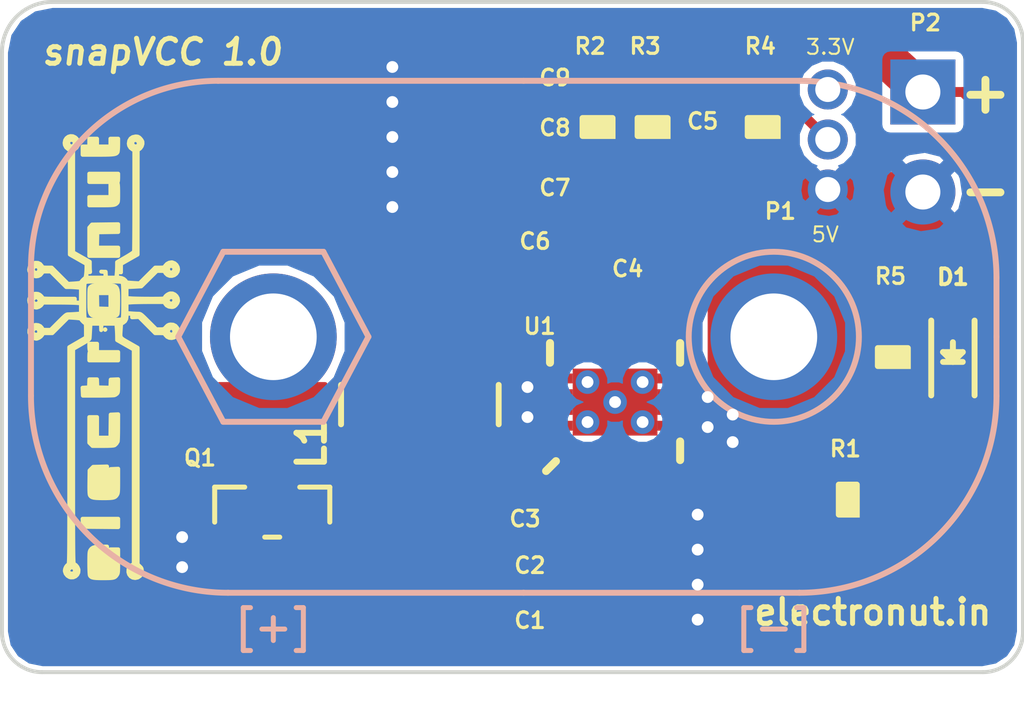
<source format=kicad_pcb>
(kicad_pcb (version 4) (host pcbnew "(2015-05-03 BZR 5637)-product")

  (general
    (links 62)
    (no_connects 0)
    (area 119.583999 98.247999 145.592001 115.366001)
    (thickness 1.6)
    (drawings 14)
    (tracks 83)
    (zones 0)
    (modules 45)
    (nets 13)
  )

  (page A4)
  (layers
    (0 F.Cu signal)
    (31 B.Cu signal)
    (32 B.Adhes user)
    (33 F.Adhes user)
    (34 B.Paste user)
    (35 F.Paste user)
    (36 B.SilkS user)
    (37 F.SilkS user)
    (38 B.Mask user)
    (39 F.Mask user)
    (40 Dwgs.User user)
    (41 Cmts.User user)
    (42 Eco1.User user)
    (43 Eco2.User user)
    (44 Edge.Cuts user)
    (45 Margin user)
    (46 B.CrtYd user)
    (47 F.CrtYd user)
    (48 B.Fab user)
    (49 F.Fab user)
  )

  (setup
    (last_trace_width 0.25)
    (trace_clearance 0.2)
    (zone_clearance 0.1016)
    (zone_45_only yes)
    (trace_min 0.2)
    (segment_width 0.2)
    (edge_width 0.1)
    (via_size 0.6)
    (via_drill 0.4)
    (via_min_size 0.4)
    (via_min_drill 0.3)
    (uvia_size 0.3)
    (uvia_drill 0.1)
    (uvias_allowed yes)
    (uvia_min_size 0.2)
    (uvia_min_drill 0.1)
    (pcb_text_width 0.3)
    (pcb_text_size 1.5 1.5)
    (mod_edge_width 0.15)
    (mod_text_size 1 1)
    (mod_text_width 0.15)
    (pad_size 0.7 0.25)
    (pad_drill 0)
    (pad_to_mask_clearance 0)
    (aux_axis_origin 0 0)
    (visible_elements FFFFFF7F)
    (pcbplotparams
      (layerselection 0x010f0_80000001)
      (usegerberextensions true)
      (excludeedgelayer true)
      (linewidth 0.100000)
      (plotframeref false)
      (viasonmask false)
      (mode 1)
      (useauxorigin false)
      (hpglpennumber 1)
      (hpglpenspeed 20)
      (hpglpendiameter 15)
      (hpglpenoverlay 2)
      (psnegative false)
      (psa4output false)
      (plotreference true)
      (plotvalue true)
      (plotinvisibletext false)
      (padsonsilk false)
      (subtractmaskfromsilk true)
      (outputformat 1)
      (mirror false)
      (drillshape 0)
      (scaleselection 1)
      (outputdirectory Gerbers))
  )

  (net 0 "")
  (net 1 "Net-(C1-Pad1)")
  (net 2 GND)
  (net 3 "Net-(C4-Pad1)")
  (net 4 "Net-(C5-Pad1)")
  (net 5 "Net-(C6-Pad1)")
  (net 6 "Net-(L1-Pad1)")
  (net 7 "Net-(L1-Pad2)")
  (net 8 "Net-(R1-Pad2)")
  (net 9 "Net-(P1-Pad2)")
  (net 10 "Net-(D1-Pad1)")
  (net 11 "Net-(BT1-Pad1)")
  (net 12 "Net-(P1-Pad3)")

  (net_class Default "This is the default net class."
    (clearance 0.2)
    (trace_width 0.25)
    (via_dia 0.6)
    (via_drill 0.4)
    (uvia_dia 0.3)
    (uvia_drill 0.1)
    (add_net GND)
    (add_net "Net-(BT1-Pad1)")
    (add_net "Net-(C1-Pad1)")
    (add_net "Net-(C4-Pad1)")
    (add_net "Net-(C5-Pad1)")
    (add_net "Net-(C6-Pad1)")
    (add_net "Net-(D1-Pad1)")
    (add_net "Net-(L1-Pad1)")
    (add_net "Net-(L1-Pad2)")
    (add_net "Net-(P1-Pad2)")
    (add_net "Net-(P1-Pad3)")
    (add_net "Net-(R1-Pad2)")
  )

  (net_class 1mm ""
    (clearance 0.2)
    (trace_width 1)
    (via_dia 0.6)
    (via_drill 0.4)
    (uvia_dia 0.3)
    (uvia_drill 0.1)
  )

  (module snapVCC_lib:H2-2.54 (layer F.Cu) (tedit 55EEC871) (tstamp 55CDAC71)
    (at 143.002 101.854)
    (path /55CD8F20)
    (fp_text reference P2 (at -0.381 -2.794 180) (layer F.SilkS)
      (effects (font (size 0.4 0.4) (thickness 0.08)) (justify left bottom))
    )
    (fp_text value CONN_01X02 (at 1.65 -0.85 90) (layer F.SilkS) hide
      (effects (font (size 0.4 0.4) (thickness 0.08)) (justify right top))
    )
    (pad 1 thru_hole rect (at 0 -1.27) (size 1.651 1.651) (drill 0.889) (layers *.Cu *.Mask)
      (net 5 "Net-(C6-Pad1)"))
    (pad 2 thru_hole circle (at 0 1.27) (size 1.651 1.651) (drill 0.889) (layers *.Cu *.Mask)
      (net 2 GND))
  )

  (module snapVCC_lib:via (layer F.Cu) (tedit 55D07B20) (tstamp 55D0A1E0)
    (at 138.176 108.7755)
    (fp_text reference via (at 0 -0.508) (layer F.SilkS) hide
      (effects (font (size 0.4 0.4) (thickness 0.08)))
    )
    (fp_text value VAL** (at 0 0.508) (layer F.SilkS) hide
      (effects (font (size 0.4 0.4) (thickness 0.08)))
    )
    (pad 1 thru_hole circle (at 0 0) (size 0.6 0.6) (drill 0.3) (layers *.Cu)
      (net 2 GND) (zone_connect 2))
  )

  (module snapVCC_lib:via (layer F.Cu) (tedit 55D07B20) (tstamp 55D0A1DB)
    (at 138.176 109.474)
    (fp_text reference via (at 0 -0.508) (layer F.SilkS) hide
      (effects (font (size 0.4 0.4) (thickness 0.08)))
    )
    (fp_text value VAL** (at 0 0.508) (layer F.SilkS) hide
      (effects (font (size 0.4 0.4) (thickness 0.08)))
    )
    (pad 1 thru_hole circle (at 0 0) (size 0.6 0.6) (drill 0.3) (layers *.Cu)
      (net 2 GND) (zone_connect 2))
  )

  (module snapVCC_lib:via (layer F.Cu) (tedit 55D1BD27) (tstamp 55D0A1D6)
    (at 141.7955 115.6335)
    (fp_text reference via (at 0 -0.508) (layer F.SilkS) hide
      (effects (font (size 0.4 0.4) (thickness 0.08)))
    )
    (fp_text value VAL** (at 0 0.508) (layer F.SilkS) hide
      (effects (font (size 0.4 0.4) (thickness 0.08)))
    )
  )

  (module snapVCC_lib:via (layer F.Cu) (tedit 55D07B20) (tstamp 55D0A19E)
    (at 137.541 109.093)
    (fp_text reference via (at 0 -0.508) (layer F.SilkS) hide
      (effects (font (size 0.4 0.4) (thickness 0.08)))
    )
    (fp_text value VAL** (at 0 0.508) (layer F.SilkS) hide
      (effects (font (size 0.4 0.4) (thickness 0.08)))
    )
    (pad 1 thru_hole circle (at 0 0) (size 0.6 0.6) (drill 0.3) (layers *.Cu)
      (net 2 GND) (zone_connect 2))
  )

  (module snapVCC_lib:via (layer F.Cu) (tedit 55D07B20) (tstamp 55D0A193)
    (at 137.541 108.331)
    (fp_text reference via (at 0 -0.508) (layer F.SilkS) hide
      (effects (font (size 0.4 0.4) (thickness 0.08)))
    )
    (fp_text value VAL** (at 0 0.508) (layer F.SilkS) hide
      (effects (font (size 0.4 0.4) (thickness 0.08)))
    )
    (pad 1 thru_hole circle (at 0 0) (size 0.6 0.6) (drill 0.3) (layers *.Cu)
      (net 2 GND) (zone_connect 2))
  )

  (module snapVCC_lib:via (layer F.Cu) (tedit 55D07B20) (tstamp 55D09F3F)
    (at 124.206 112.649)
    (fp_text reference via (at 0 -0.508) (layer F.SilkS) hide
      (effects (font (size 0.4 0.4) (thickness 0.08)))
    )
    (fp_text value VAL** (at 0 0.508) (layer F.SilkS) hide
      (effects (font (size 0.4 0.4) (thickness 0.08)))
    )
    (pad 1 thru_hole circle (at 0 0) (size 0.6 0.6) (drill 0.3) (layers *.Cu)
      (net 2 GND) (zone_connect 2))
  )

  (module snapVCC_lib:via (layer F.Cu) (tedit 55D07B20) (tstamp 55D09F3A)
    (at 124.206 111.887)
    (fp_text reference via (at 0 -0.508) (layer F.SilkS) hide
      (effects (font (size 0.4 0.4) (thickness 0.08)))
    )
    (fp_text value VAL** (at 0 0.508) (layer F.SilkS) hide
      (effects (font (size 0.4 0.4) (thickness 0.08)))
    )
    (pad 1 thru_hole circle (at 0 0) (size 0.6 0.6) (drill 0.3) (layers *.Cu)
      (net 2 GND) (zone_connect 2))
  )

  (module snapVCC_lib:via (layer F.Cu) (tedit 55D07B20) (tstamp 55D09A70)
    (at 137.287 113.9825)
    (fp_text reference via (at 0 -0.508) (layer F.SilkS) hide
      (effects (font (size 0.4 0.4) (thickness 0.08)))
    )
    (fp_text value VAL** (at 0 0.508) (layer F.SilkS) hide
      (effects (font (size 0.4 0.4) (thickness 0.08)))
    )
    (pad 1 thru_hole circle (at 0 0) (size 0.6 0.6) (drill 0.3) (layers *.Cu)
      (net 2 GND) (zone_connect 2))
  )

  (module snapVCC_lib:via (layer F.Cu) (tedit 55D07B20) (tstamp 55D09A6A)
    (at 137.287 113.0935)
    (fp_text reference via (at 0 -0.508) (layer F.SilkS) hide
      (effects (font (size 0.4 0.4) (thickness 0.08)))
    )
    (fp_text value VAL** (at 0 0.508) (layer F.SilkS) hide
      (effects (font (size 0.4 0.4) (thickness 0.08)))
    )
    (pad 1 thru_hole circle (at 0 0) (size 0.6 0.6) (drill 0.3) (layers *.Cu)
      (net 2 GND) (zone_connect 2))
  )

  (module snapVCC_lib:via (layer F.Cu) (tedit 55D07B20) (tstamp 55D09A64)
    (at 137.287 112.2045)
    (fp_text reference via (at 0 -0.508) (layer F.SilkS) hide
      (effects (font (size 0.4 0.4) (thickness 0.08)))
    )
    (fp_text value VAL** (at 0 0.508) (layer F.SilkS) hide
      (effects (font (size 0.4 0.4) (thickness 0.08)))
    )
    (pad 1 thru_hole circle (at 0 0) (size 0.6 0.6) (drill 0.3) (layers *.Cu)
      (net 2 GND) (zone_connect 2))
  )

  (module snapVCC_lib:via (layer F.Cu) (tedit 55D07B20) (tstamp 55D09A49)
    (at 137.287 111.3155)
    (fp_text reference via (at 0 -0.508) (layer F.SilkS) hide
      (effects (font (size 0.4 0.4) (thickness 0.08)))
    )
    (fp_text value VAL** (at 0 0.508) (layer F.SilkS) hide
      (effects (font (size 0.4 0.4) (thickness 0.08)))
    )
    (pad 1 thru_hole circle (at 0 0) (size 0.6 0.6) (drill 0.3) (layers *.Cu)
      (net 2 GND) (zone_connect 2))
  )

  (module snapVCC_lib:via (layer F.Cu) (tedit 55D07B20) (tstamp 55D098BE)
    (at 129.54 103.505)
    (fp_text reference via (at 0 -0.508) (layer F.SilkS) hide
      (effects (font (size 0.4 0.4) (thickness 0.08)))
    )
    (fp_text value VAL** (at 0 0.508) (layer F.SilkS) hide
      (effects (font (size 0.4 0.4) (thickness 0.08)))
    )
    (pad 1 thru_hole circle (at 0 0) (size 0.6 0.6) (drill 0.3) (layers *.Cu)
      (net 2 GND) (zone_connect 2))
  )

  (module snapVCC_lib:via (layer F.Cu) (tedit 55D07B20) (tstamp 55D098B8)
    (at 129.54 102.616)
    (fp_text reference via (at 0 -0.508) (layer F.SilkS) hide
      (effects (font (size 0.4 0.4) (thickness 0.08)))
    )
    (fp_text value VAL** (at 0 0.508) (layer F.SilkS) hide
      (effects (font (size 0.4 0.4) (thickness 0.08)))
    )
    (pad 1 thru_hole circle (at 0 0) (size 0.6 0.6) (drill 0.3) (layers *.Cu)
      (net 2 GND) (zone_connect 2))
  )

  (module snapVCC_lib:via (layer F.Cu) (tedit 55D07B20) (tstamp 55D098B2)
    (at 129.54 101.727)
    (fp_text reference via (at 0 -0.508) (layer F.SilkS) hide
      (effects (font (size 0.4 0.4) (thickness 0.08)))
    )
    (fp_text value VAL** (at 0 0.508) (layer F.SilkS) hide
      (effects (font (size 0.4 0.4) (thickness 0.08)))
    )
    (pad 1 thru_hole circle (at 0 0) (size 0.6 0.6) (drill 0.3) (layers *.Cu)
      (net 2 GND) (zone_connect 2))
  )

  (module snapVCC_lib:via (layer F.Cu) (tedit 55D07B20) (tstamp 55D0989D)
    (at 129.54 100.838)
    (fp_text reference via (at 0 -0.508) (layer F.SilkS) hide
      (effects (font (size 0.4 0.4) (thickness 0.08)))
    )
    (fp_text value VAL** (at 0 0.508) (layer F.SilkS) hide
      (effects (font (size 0.4 0.4) (thickness 0.08)))
    )
    (pad 1 thru_hole circle (at 0 0) (size 0.6 0.6) (drill 0.3) (layers *.Cu)
      (net 2 GND) (zone_connect 2))
  )

  (module snapVCC_lib:via (layer F.Cu) (tedit 55D07B20) (tstamp 55D09752)
    (at 129.54 99.949)
    (fp_text reference via (at 0 -0.508) (layer F.SilkS) hide
      (effects (font (size 0.4 0.4) (thickness 0.08)))
    )
    (fp_text value VAL** (at 0 0.508) (layer F.SilkS) hide
      (effects (font (size 0.4 0.4) (thickness 0.08)))
    )
    (pad 1 thru_hole circle (at 0 0) (size 0.6 0.6) (drill 0.3) (layers *.Cu)
      (net 2 GND) (zone_connect 2))
  )

  (module snapVCC_lib:via (layer F.Cu) (tedit 55D07B20) (tstamp 55D07B83)
    (at 132.969 108.839)
    (fp_text reference via (at 0 -0.508) (layer F.SilkS) hide
      (effects (font (size 0.4 0.4) (thickness 0.08)))
    )
    (fp_text value VAL** (at 0 0.508) (layer F.SilkS) hide
      (effects (font (size 0.4 0.4) (thickness 0.08)))
    )
    (pad 1 thru_hole circle (at 0 0) (size 0.6 0.6) (drill 0.3) (layers *.Cu)
      (net 2 GND) (zone_connect 2))
  )

  (module snapVCC_lib:0603-CAP (layer F.Cu) (tedit 55D01035) (tstamp 55CDAC2F)
    (at 135.128 114.1095)
    (path /55CD8311)
    (fp_text reference C1 (at -2.54 0.127) (layer F.SilkS)
      (effects (font (size 0.4 0.4) (thickness 0.08)) (justify left bottom))
    )
    (fp_text value 10uF (at -1.016 1.143) (layer F.SilkS) hide
      (effects (font (size 0.4 0.4) (thickness 0.08)) (justify left bottom))
    )
    (fp_poly (pts (xy -0.8382 0.4699) (xy -0.3381 0.4699) (xy -0.3381 -0.4801) (xy -0.8382 -0.4801)) (layer Dwgs.User) (width 0.15))
    (fp_poly (pts (xy 0.3302 0.4699) (xy 0.8303 0.4699) (xy 0.8303 -0.4801) (xy 0.3302 -0.4801)) (layer Dwgs.User) (width 0.15))
    (fp_poly (pts (xy -0.1999 0.3) (xy 0.1999 0.3) (xy 0.1999 -0.3) (xy -0.1999 -0.3)) (layer F.Adhes) (width 0.15))
    (pad 1 smd rect (at -0.85 0) (size 1.1 1) (layers F.Cu F.Paste F.Mask)
      (net 1 "Net-(C1-Pad1)"))
    (pad 2 smd rect (at 0.85 0) (size 1.1 1) (layers F.Cu F.Paste F.Mask)
      (net 2 GND))
  )

  (module snapVCC_lib:0603-CAP (layer F.Cu) (tedit 55D01031) (tstamp 55CDAC35)
    (at 135.128 112.7125)
    (path /55CD834B)
    (fp_text reference C2 (at -2.54 0.127) (layer F.SilkS)
      (effects (font (size 0.4 0.4) (thickness 0.08)) (justify left bottom))
    )
    (fp_text value 10uF (at -1.016 1.143) (layer F.SilkS) hide
      (effects (font (size 0.4 0.4) (thickness 0.08)) (justify left bottom))
    )
    (fp_poly (pts (xy -0.8382 0.4699) (xy -0.3381 0.4699) (xy -0.3381 -0.4801) (xy -0.8382 -0.4801)) (layer Dwgs.User) (width 0.15))
    (fp_poly (pts (xy 0.3302 0.4699) (xy 0.8303 0.4699) (xy 0.8303 -0.4801) (xy 0.3302 -0.4801)) (layer Dwgs.User) (width 0.15))
    (fp_poly (pts (xy -0.1999 0.3) (xy 0.1999 0.3) (xy 0.1999 -0.3) (xy -0.1999 -0.3)) (layer F.Adhes) (width 0.15))
    (pad 1 smd rect (at -0.85 0) (size 1.1 1) (layers F.Cu F.Paste F.Mask)
      (net 1 "Net-(C1-Pad1)"))
    (pad 2 smd rect (at 0.85 0) (size 1.1 1) (layers F.Cu F.Paste F.Mask)
      (net 2 GND))
  )

  (module snapVCC_lib:0402-CAP (layer F.Cu) (tedit 55D0102D) (tstamp 55CDAC3B)
    (at 135.128 111.3155)
    (descr "<b>CAPACITOR</b><p> chip")
    (path /55CD8375)
    (attr smd)
    (fp_text reference C3 (at -1.778 -0.127) (layer F.SilkS)
      (effects (font (size 0.4 0.4) (thickness 0.08)) (justify right top))
    )
    (fp_text value 1uF (at 0.45 0.6) (layer F.SilkS) hide
      (effects (font (size 0.4 0.4) (thickness 0.08)) (justify right top))
    )
    (fp_poly (pts (xy -0.554 0.3048) (xy -0.254 0.3048) (xy -0.254 -0.2951) (xy -0.554 -0.2951)) (layer Dwgs.User) (width 0.15))
    (fp_poly (pts (xy 0.2588 0.3048) (xy 0.5588 0.3048) (xy 0.5588 -0.2951) (xy 0.2588 -0.2951)) (layer Dwgs.User) (width 0.15))
    (fp_poly (pts (xy -0.1999 0.3) (xy 0.1999 0.3) (xy 0.1999 -0.3) (xy -0.1999 -0.3)) (layer F.Adhes) (width 0.15))
    (pad 1 smd rect (at -0.65 0) (size 0.7 0.9) (layers F.Cu F.Paste F.Mask)
      (net 1 "Net-(C1-Pad1)"))
    (pad 2 smd rect (at 0.65 0) (size 0.7 0.9) (layers F.Cu F.Paste F.Mask)
      (net 2 GND))
  )

  (module snapVCC_lib:0402-CAP (layer F.Cu) (tedit 55D0992F) (tstamp 55CDAC4D)
    (at 131.572 104.394 180)
    (descr "<b>CAPACITOR</b><p> chip")
    (path /55CD84AD)
    (attr smd)
    (fp_text reference C6 (at -2.032 0.254 180) (layer F.SilkS)
      (effects (font (size 0.4 0.4) (thickness 0.08)) (justify right top))
    )
    (fp_text value 1uF (at 0.45 0.6 180) (layer F.SilkS) hide
      (effects (font (size 0.4 0.4) (thickness 0.08)) (justify right top))
    )
    (fp_poly (pts (xy -0.554 0.3048) (xy -0.254 0.3048) (xy -0.254 -0.2951) (xy -0.554 -0.2951)) (layer Dwgs.User) (width 0.15))
    (fp_poly (pts (xy 0.2588 0.3048) (xy 0.5588 0.3048) (xy 0.5588 -0.2951) (xy 0.2588 -0.2951)) (layer Dwgs.User) (width 0.15))
    (fp_poly (pts (xy -0.1999 0.3) (xy 0.1999 0.3) (xy 0.1999 -0.3) (xy -0.1999 -0.3)) (layer F.Adhes) (width 0.15))
    (pad 1 smd rect (at -0.65 0 180) (size 0.7 0.9) (layers F.Cu F.Paste F.Mask)
      (net 5 "Net-(C6-Pad1)"))
    (pad 2 smd rect (at 0.65 0 180) (size 0.7 0.9) (layers F.Cu F.Paste F.Mask)
      (net 2 GND))
  )

  (module snapVCC_lib:0603-CAP (layer F.Cu) (tedit 55D09730) (tstamp 55CDAC53)
    (at 131.572 102.997 180)
    (path /55CD84ED)
    (fp_text reference C7 (at -1.651 -0.254 180) (layer F.SilkS)
      (effects (font (size 0.4 0.4) (thickness 0.08)) (justify left bottom))
    )
    (fp_text value 22uF (at -1.016 1.143 180) (layer F.SilkS) hide
      (effects (font (size 0.4 0.4) (thickness 0.08)) (justify left bottom))
    )
    (fp_poly (pts (xy -0.8382 0.4699) (xy -0.3381 0.4699) (xy -0.3381 -0.4801) (xy -0.8382 -0.4801)) (layer Dwgs.User) (width 0.15))
    (fp_poly (pts (xy 0.3302 0.4699) (xy 0.8303 0.4699) (xy 0.8303 -0.4801) (xy 0.3302 -0.4801)) (layer Dwgs.User) (width 0.15))
    (fp_poly (pts (xy -0.1999 0.3) (xy 0.1999 0.3) (xy 0.1999 -0.3) (xy -0.1999 -0.3)) (layer F.Adhes) (width 0.15))
    (pad 1 smd rect (at -0.85 0 180) (size 1.1 1) (layers F.Cu F.Paste F.Mask)
      (net 5 "Net-(C6-Pad1)"))
    (pad 2 smd rect (at 0.85 0 180) (size 1.1 1) (layers F.Cu F.Paste F.Mask)
      (net 2 GND))
  )

  (module snapVCC_lib:0603-CAP (layer F.Cu) (tedit 55D09729) (tstamp 55CDAC59)
    (at 131.572 101.6 180)
    (path /55CD851C)
    (fp_text reference C8 (at -1.651 -0.127 180) (layer F.SilkS)
      (effects (font (size 0.4 0.4) (thickness 0.08)) (justify left bottom))
    )
    (fp_text value 22uF (at -1.016 1.143 180) (layer F.SilkS) hide
      (effects (font (size 0.4 0.4) (thickness 0.08)) (justify left bottom))
    )
    (fp_poly (pts (xy -0.8382 0.4699) (xy -0.3381 0.4699) (xy -0.3381 -0.4801) (xy -0.8382 -0.4801)) (layer Dwgs.User) (width 0.15))
    (fp_poly (pts (xy 0.3302 0.4699) (xy 0.8303 0.4699) (xy 0.8303 -0.4801) (xy 0.3302 -0.4801)) (layer Dwgs.User) (width 0.15))
    (fp_poly (pts (xy -0.1999 0.3) (xy 0.1999 0.3) (xy 0.1999 -0.3) (xy -0.1999 -0.3)) (layer F.Adhes) (width 0.15))
    (pad 1 smd rect (at -0.85 0 180) (size 1.1 1) (layers F.Cu F.Paste F.Mask)
      (net 5 "Net-(C6-Pad1)"))
    (pad 2 smd rect (at 0.85 0 180) (size 1.1 1) (layers F.Cu F.Paste F.Mask)
      (net 2 GND))
  )

  (module snapVCC_lib:0603-CAP (layer F.Cu) (tedit 55D09723) (tstamp 55CDAC5F)
    (at 131.572 100.203 180)
    (path /55CD854D)
    (fp_text reference C9 (at -1.651 -0.254 180) (layer F.SilkS)
      (effects (font (size 0.4 0.4) (thickness 0.08)) (justify left bottom))
    )
    (fp_text value 22uF (at -1.016 1.143 180) (layer F.SilkS) hide
      (effects (font (size 0.4 0.4) (thickness 0.08)) (justify left bottom))
    )
    (fp_poly (pts (xy -0.8382 0.4699) (xy -0.3381 0.4699) (xy -0.3381 -0.4801) (xy -0.8382 -0.4801)) (layer Dwgs.User) (width 0.15))
    (fp_poly (pts (xy 0.3302 0.4699) (xy 0.8303 0.4699) (xy 0.8303 -0.4801) (xy 0.3302 -0.4801)) (layer Dwgs.User) (width 0.15))
    (fp_poly (pts (xy -0.1999 0.3) (xy 0.1999 0.3) (xy 0.1999 -0.3) (xy -0.1999 -0.3)) (layer F.Adhes) (width 0.15))
    (pad 1 smd rect (at -0.85 0 180) (size 1.1 1) (layers F.Cu F.Paste F.Mask)
      (net 5 "Net-(C6-Pad1)"))
    (pad 2 smd rect (at 0.85 0 180) (size 1.1 1) (layers F.Cu F.Paste F.Mask)
      (net 2 GND))
  )

  (module snapVCC_lib:SOT23 (layer F.Cu) (tedit 55D01048) (tstamp 55CDAC78)
    (at 126.492 111.252)
    (descr <b>SOT23</b>)
    (path /55CEFE20)
    (fp_text reference Q1 (at -2.286 -1.143) (layer F.SilkS)
      (effects (font (size 0.4 0.4) (thickness 0.08)) (justify left bottom))
    )
    (fp_text value Q_PMOS_GSD (at -1.778 3.302) (layer F.SilkS) hide
      (effects (font (size 0.4 0.4) (thickness 0.08)) (justify left bottom))
    )
    (fp_line (start -0.1905 0.635) (end 0.1905 0.635) (layer F.SilkS) (width 0.127))
    (fp_line (start 1.4605 0.254) (end 1.4605 -0.635) (layer F.SilkS) (width 0.127))
    (fp_line (start 1.4605 -0.635) (end 0.6985 -0.635) (layer F.SilkS) (width 0.127))
    (fp_line (start -0.6985 -0.635) (end -1.4605 -0.635) (layer F.SilkS) (width 0.127))
    (fp_line (start -1.4605 -0.635) (end -1.4605 0.254) (layer F.SilkS) (width 0.127))
    (fp_poly (pts (xy -0.2286 -0.7112) (xy 0.2286 -0.7112) (xy 0.2286 -1.2954) (xy -0.2286 -1.2954)) (layer Dwgs.User) (width 0.15))
    (fp_poly (pts (xy 0.7112 1.2954) (xy 1.1684 1.2954) (xy 1.1684 0.7112) (xy 0.7112 0.7112)) (layer Dwgs.User) (width 0.15))
    (fp_poly (pts (xy -1.1684 1.2954) (xy -0.7112 1.2954) (xy -0.7112 0.7112) (xy -1.1684 0.7112)) (layer Dwgs.User) (width 0.15))
    (pad 3 smd rect (at 0 -1.016) (size 1.016 1.143) (layers F.Cu F.Paste F.Mask)
      (net 11 "Net-(BT1-Pad1)"))
    (pad 2 smd rect (at 0.889 1.016) (size 1.016 1.143) (layers F.Cu F.Paste F.Mask)
      (net 1 "Net-(C1-Pad1)"))
    (pad 1 smd rect (at -0.889 1.016 180) (size 1.016 1.143) (layers F.Cu F.Paste F.Mask)
      (net 2 GND))
  )

  (module snapVCC_lib:0603-RES (layer F.Cu) (tedit 55D011BD) (tstamp 55CDAC7E)
    (at 141.097 110.9345 180)
    (path /55CD7180)
    (fp_text reference R1 (at -0.381 1.524 360) (layer F.SilkS)
      (effects (font (size 0.4 0.4) (thickness 0.08)) (justify right top))
    )
    (fp_text value 1M (at 0.4 -1.05 180) (layer F.SilkS) hide
      (effects (font (size 0.4 0.4) (thickness 0.08)) (justify right top))
    )
    (fp_poly (pts (xy -0.8382 0.4699) (xy -0.3381 0.4699) (xy -0.3381 -0.4801) (xy -0.8382 -0.4801)) (layer Dwgs.User) (width 0.15))
    (fp_poly (pts (xy 0.3302 0.4699) (xy 0.8303 0.4699) (xy 0.8303 -0.4801) (xy 0.3302 -0.4801)) (layer Dwgs.User) (width 0.15))
    (fp_poly (pts (xy -0.1999 0.3) (xy 0.1999 0.3) (xy 0.1999 -0.3) (xy -0.1999 -0.3)) (layer F.Adhes) (width 0.15))
    (fp_poly (pts (xy -0.2286 0.381) (xy 0.2286 0.381) (xy 0.2286 -0.381) (xy -0.2286 -0.381)) (layer F.SilkS) (width 0.15))
    (pad 1 smd rect (at -0.85 0 180) (size 1.1 1) (layers F.Cu F.Paste F.Mask)
      (net 5 "Net-(C6-Pad1)"))
    (pad 2 smd rect (at 0.85 0 180) (size 1.1 1) (layers F.Cu F.Paste F.Mask)
      (net 8 "Net-(R1-Pad2)"))
  )

  (module snapVCC_lib:0603-RES (layer F.Cu) (tedit 55D00FFD) (tstamp 55CDAC84)
    (at 134.747 101.473 270)
    (path /55CD7275)
    (fp_text reference R2 (at -2.286 -0.254 360) (layer F.SilkS)
      (effects (font (size 0.4 0.4) (thickness 0.08)) (justify right top))
    )
    (fp_text value 1M (at 0.4 -1.05 270) (layer F.SilkS) hide
      (effects (font (size 0.4 0.4) (thickness 0.08)) (justify right top))
    )
    (fp_poly (pts (xy -0.8382 0.4699) (xy -0.3381 0.4699) (xy -0.3381 -0.4801) (xy -0.8382 -0.4801)) (layer Dwgs.User) (width 0.15))
    (fp_poly (pts (xy 0.3302 0.4699) (xy 0.8303 0.4699) (xy 0.8303 -0.4801) (xy 0.3302 -0.4801)) (layer Dwgs.User) (width 0.15))
    (fp_poly (pts (xy -0.1999 0.3) (xy 0.1999 0.3) (xy 0.1999 -0.3) (xy -0.1999 -0.3)) (layer F.Adhes) (width 0.15))
    (fp_poly (pts (xy -0.2286 0.381) (xy 0.2286 0.381) (xy 0.2286 -0.381) (xy -0.2286 -0.381)) (layer F.SilkS) (width 0.15))
    (pad 1 smd rect (at -0.85 0 270) (size 1.1 1) (layers F.Cu F.Paste F.Mask)
      (net 5 "Net-(C6-Pad1)"))
    (pad 2 smd rect (at 0.85 0 270) (size 1.1 1) (layers F.Cu F.Paste F.Mask)
      (net 4 "Net-(C5-Pad1)"))
  )

  (module snapVCC_lib:0603-RES (layer F.Cu) (tedit 55D01005) (tstamp 55CDAC8A)
    (at 136.144 101.473 90)
    (path /55CD7246)
    (fp_text reference R3 (at 2.286 0.254 360) (layer F.SilkS)
      (effects (font (size 0.4 0.4) (thickness 0.08)) (justify right top))
    )
    (fp_text value 111K (at 0.4 -1.05 90) (layer F.SilkS) hide
      (effects (font (size 0.4 0.4) (thickness 0.08)) (justify right top))
    )
    (fp_poly (pts (xy -0.8382 0.4699) (xy -0.3381 0.4699) (xy -0.3381 -0.4801) (xy -0.8382 -0.4801)) (layer Dwgs.User) (width 0.15))
    (fp_poly (pts (xy 0.3302 0.4699) (xy 0.8303 0.4699) (xy 0.8303 -0.4801) (xy 0.3302 -0.4801)) (layer Dwgs.User) (width 0.15))
    (fp_poly (pts (xy -0.1999 0.3) (xy 0.1999 0.3) (xy 0.1999 -0.3) (xy -0.1999 -0.3)) (layer F.Adhes) (width 0.15))
    (fp_poly (pts (xy -0.2286 0.381) (xy 0.2286 0.381) (xy 0.2286 -0.381) (xy -0.2286 -0.381)) (layer F.SilkS) (width 0.15))
    (pad 1 smd rect (at -0.85 0 90) (size 1.1 1) (layers F.Cu F.Paste F.Mask)
      (net 4 "Net-(C5-Pad1)"))
    (pad 2 smd rect (at 0.85 0 90) (size 1.1 1) (layers F.Cu F.Paste F.Mask)
      (net 9 "Net-(P1-Pad2)"))
  )

  (module snapVCC_lib:0603-RES (layer F.Cu) (tedit 55D01012) (tstamp 55CDAC90)
    (at 138.938 101.473 270)
    (path /55CD721F)
    (fp_text reference R4 (at -2.286 -0.381 360) (layer F.SilkS)
      (effects (font (size 0.4 0.4) (thickness 0.08)) (justify right top))
    )
    (fp_text value 68K (at 0.4 -1.05 270) (layer F.SilkS) hide
      (effects (font (size 0.4 0.4) (thickness 0.08)) (justify right top))
    )
    (fp_poly (pts (xy -0.8382 0.4699) (xy -0.3381 0.4699) (xy -0.3381 -0.4801) (xy -0.8382 -0.4801)) (layer Dwgs.User) (width 0.15))
    (fp_poly (pts (xy 0.3302 0.4699) (xy 0.8303 0.4699) (xy 0.8303 -0.4801) (xy 0.3302 -0.4801)) (layer Dwgs.User) (width 0.15))
    (fp_poly (pts (xy -0.1999 0.3) (xy 0.1999 0.3) (xy 0.1999 -0.3) (xy -0.1999 -0.3)) (layer F.Adhes) (width 0.15))
    (fp_poly (pts (xy -0.2286 0.381) (xy 0.2286 0.381) (xy 0.2286 -0.381) (xy -0.2286 -0.381)) (layer F.SilkS) (width 0.15))
    (pad 1 smd rect (at -0.85 0 270) (size 1.1 1) (layers F.Cu F.Paste F.Mask)
      (net 9 "Net-(P1-Pad2)"))
    (pad 2 smd rect (at 0.85 0 270) (size 1.1 1) (layers F.Cu F.Paste F.Mask)
      (net 2 GND))
  )

  (module snapVCC_lib:0603-RES (layer F.Cu) (tedit 55D010E1) (tstamp 55CDAC96)
    (at 142.24 107.315 90)
    (path /55CD71F6)
    (fp_text reference R5 (at 2.286 0.381 180) (layer F.SilkS)
      (effects (font (size 0.4 0.4) (thickness 0.08)) (justify right top))
    )
    (fp_text value 10K (at 0.4 -1.05 90) (layer F.SilkS) hide
      (effects (font (size 0.4 0.4) (thickness 0.08)) (justify right top))
    )
    (fp_poly (pts (xy -0.8382 0.4699) (xy -0.3381 0.4699) (xy -0.3381 -0.4801) (xy -0.8382 -0.4801)) (layer Dwgs.User) (width 0.15))
    (fp_poly (pts (xy 0.3302 0.4699) (xy 0.8303 0.4699) (xy 0.8303 -0.4801) (xy 0.3302 -0.4801)) (layer Dwgs.User) (width 0.15))
    (fp_poly (pts (xy -0.1999 0.3) (xy 0.1999 0.3) (xy 0.1999 -0.3) (xy -0.1999 -0.3)) (layer F.Adhes) (width 0.15))
    (fp_poly (pts (xy -0.2286 0.381) (xy 0.2286 0.381) (xy 0.2286 -0.381) (xy -0.2286 -0.381)) (layer F.SilkS) (width 0.15))
    (pad 1 smd rect (at -0.85 0 90) (size 1.1 1) (layers F.Cu F.Paste F.Mask)
      (net 10 "Net-(D1-Pad1)"))
    (pad 2 smd rect (at 0.85 0 90) (size 1.1 1) (layers F.Cu F.Paste F.Mask)
      (net 2 GND))
  )

  (module snapVCC_lib:QFN-10_PAD-8 (layer F.Cu) (tedit 55D2B872) (tstamp 55CDACAD)
    (at 135.1915 108.458)
    (path /55CD703F)
    (fp_text reference U1 (at -1.4605 -2.159) (layer F.SilkS)
      (effects (font (size 0.4 0.4) (thickness 0.08)) (justify right top))
    )
    (fp_text value TPS63060 (at 1.524 -1.016) (layer F.SilkS) hide
      (effects (font (size 0.4 0.4) (thickness 0.08)) (justify right top))
    )
    (fp_line (start -1.575 -1.575) (end 1.57 -1.575) (layer Dwgs.User) (width 0.03))
    (fp_line (start 1.57 -1.575) (end 1.57 1.575) (layer Dwgs.User) (width 0.03))
    (fp_line (start 1.57 1.575) (end -1.575 1.575) (layer Dwgs.User) (width 0.03))
    (fp_line (start -1.575 1.575) (end -1.575 -1.575) (layer Dwgs.User) (width 0.03))
    (fp_line (start -1.75 1.75) (end -1.5 1.5) (layer F.SilkS) (width 0.2032))
    (fp_line (start -1.651 -1.4986) (end -1.651 -1) (layer F.SilkS) (width 0.2032))
    (fp_line (start 1.651 -1.4986) (end 1.651 -1) (layer F.SilkS) (width 0.2032))
    (fp_line (start 1.651 1) (end 1.651 1.4732) (layer F.SilkS) (width 0.2032))
    (fp_circle (center -1.25 1.25) (end -1.1215 1.25) (layer Dwgs.User) (width 0.03))
    (fp_poly (pts (xy 0.11 -0.11) (xy 1.01 -0.11) (xy 1.01 -0.76) (xy 0.11 -0.76)) (layer F.Paste) (width 0.15))
    (fp_poly (pts (xy 0.11 0.76) (xy 1.01 0.76) (xy 1.01 0.11) (xy 0.11 0.11)) (layer F.Paste) (width 0.15))
    (fp_poly (pts (xy -1.01 -0.11) (xy -0.11 -0.11) (xy -0.11 -0.76) (xy -1.01 -0.76)) (layer F.Paste) (width 0.15))
    (fp_poly (pts (xy -1.01 0.76) (xy -0.11 0.76) (xy -0.11 0.11) (xy -1.01 0.11)) (layer F.Paste) (width 0.15))
    (fp_poly (pts (xy 1.16 0.315) (xy 1.76 0.315) (xy 1.76 0.085) (xy 1.16 0.085)) (layer F.Paste) (width 0.15))
    (fp_poly (pts (xy 1.16 -0.085) (xy 1.76 -0.085) (xy 1.76 -0.315) (xy 1.16 -0.315)) (layer F.Paste) (width 0.15))
    (fp_poly (pts (xy -1.76 -0.085) (xy -1.16 -0.085) (xy -1.16 -0.315) (xy -1.76 -0.315)) (layer F.Paste) (width 0.15))
    (fp_poly (pts (xy -1.76 0.315) (xy -1.16 0.315) (xy -1.16 0.085) (xy -1.76 0.085)) (layer F.Paste) (width 0.15))
    (fp_poly (pts (xy 1.16 -0.485) (xy 1.76 -0.485) (xy 1.76 -0.715) (xy 1.16 -0.715)) (layer F.Paste) (width 0.15))
    (fp_poly (pts (xy 1.16 0.715) (xy 1.76 0.715) (xy 1.76 0.485) (xy 1.16 0.485)) (layer F.Paste) (width 0.15))
    (fp_poly (pts (xy -1.76 -0.485) (xy -1.16 -0.485) (xy -1.16 -0.715) (xy -1.76 -0.715)) (layer F.Paste) (width 0.15))
    (fp_poly (pts (xy -1.76 0.715) (xy -1.16 0.715) (xy -1.16 0.485) (xy -1.76 0.485)) (layer F.Paste) (width 0.15))
    (pad 1 smd rect (at -1 1.475 90) (size 0.85 0.28) (layers F.Cu F.Paste F.Mask)
      (net 6 "Net-(L1-Pad1)"))
    (pad 2 smd rect (at -0.5 1.475 90) (size 0.85 0.28) (layers F.Cu F.Paste F.Mask)
      (net 1 "Net-(C1-Pad1)"))
    (pad 3 smd rect (at 0 1.475 90) (size 0.85 0.28) (layers F.Cu F.Paste F.Mask)
      (net 1 "Net-(C1-Pad1)"))
    (pad 4 smd rect (at 0.5 1.475 90) (size 0.85 0.28) (layers F.Cu F.Paste F.Mask)
      (net 2 GND))
    (pad 5 smd rect (at 1 1.475 90) (size 0.85 0.28) (layers F.Cu F.Paste F.Mask)
      (net 8 "Net-(R1-Pad2)"))
    (pad 6 smd rect (at 1 -1.475 90) (size 0.85 0.28) (layers F.Cu F.Paste F.Mask)
      (net 3 "Net-(C4-Pad1)"))
    (pad 7 smd rect (at 0.5 -1.475 90) (size 0.85 0.28) (layers F.Cu F.Paste F.Mask)
      (net 2 GND))
    (pad 8 smd rect (at 0 -1.475 90) (size 0.85 0.28) (layers F.Cu F.Paste F.Mask)
      (net 4 "Net-(C5-Pad1)"))
    (pad 9 smd rect (at -0.5 -1.475 90) (size 0.85 0.28) (layers F.Cu F.Paste F.Mask)
      (net 5 "Net-(C6-Pad1)"))
    (pad 10 smd rect (at -1 -1.475 90) (size 0.85 0.28) (layers F.Cu F.Paste F.Mask)
      (net 7 "Net-(L1-Pad2)"))
    (pad PAD smd rect (at 0 0 90) (size 1.7 2.15) (layers F.Cu F.Paste F.Mask))
    (pad 11 smd rect (at -1.425 -0.6 180) (size 0.7 0.25) (layers F.Cu F.Paste F.Mask)
      (net 2 GND))
    (pad 12 smd rect (at -1.425 -0.2 180) (size 0.7 0.25) (layers F.Cu F.Paste F.Mask)
      (net 2 GND))
    (pad 13 smd rect (at -1.425 0.2 180) (size 0.7 0.25) (layers F.Cu F.Paste F.Mask)
      (net 2 GND))
    (pad 14 smd rect (at -1.425 0.6 180) (size 0.7 0.25) (layers F.Cu F.Paste F.Mask)
      (net 2 GND))
    (pad 18 smd rect (at 1.425 0.6 180) (size 0.7 0.25) (layers F.Cu F.Paste F.Mask))
    (pad 17 smd rect (at 1.425 0.2 180) (size 0.7 0.25) (layers F.Cu F.Paste F.Mask)
      (net 2 GND))
    (pad 16 smd rect (at 1.425 -0.2 180) (size 0.7 0.25) (layers F.Cu F.Paste F.Mask)
      (net 2 GND))
    (pad 15 smd rect (at 1.425 -0.6 180) (size 0.7 0.25) (layers F.Cu F.Paste F.Mask)
      (net 2 GND))
  )

  (module LEDs:LED-0603 (layer F.Cu) (tedit 55D0112C) (tstamp 55CEC472)
    (at 143.764 107.188 90)
    (descr "LED 0603 smd package")
    (tags "LED led 0603 SMD smd SMT smt smdled SMDLED smtled SMTLED")
    (path /55CD9368)
    (attr smd)
    (fp_text reference D1 (at 1.905 0 180) (layer F.SilkS)
      (effects (font (size 0.39878 0.39878) (thickness 0.099695)))
    )
    (fp_text value LED (at 0 1.5 90) (layer F.Fab) hide
      (effects (font (size 1 1) (thickness 0.15)))
    )
    (fp_line (start -1.1 0.55) (end 0.8 0.55) (layer F.SilkS) (width 0.15))
    (fp_line (start -1.1 -0.55) (end 0.8 -0.55) (layer F.SilkS) (width 0.15))
    (fp_line (start -0.2 0) (end 0.25 0) (layer F.SilkS) (width 0.15))
    (fp_line (start -0.25 -0.25) (end -0.25 0.25) (layer F.SilkS) (width 0.15))
    (fp_line (start -0.25 0) (end 0 -0.25) (layer F.SilkS) (width 0.15))
    (fp_line (start 0 -0.25) (end 0 0.25) (layer F.SilkS) (width 0.15))
    (fp_line (start 0 0.25) (end -0.25 0) (layer F.SilkS) (width 0.15))
    (fp_line (start 1.4 -0.75) (end 1.4 0.75) (layer F.CrtYd) (width 0.05))
    (fp_line (start 1.4 0.75) (end -1.4 0.75) (layer F.CrtYd) (width 0.05))
    (fp_line (start -1.4 0.75) (end -1.4 -0.75) (layer F.CrtYd) (width 0.05))
    (fp_line (start -1.4 -0.75) (end 1.4 -0.75) (layer F.CrtYd) (width 0.05))
    (pad 2 smd rect (at 0.7493 0 270) (size 0.79756 0.79756) (layers F.Cu F.Paste F.Mask)
      (net 5 "Net-(C6-Pad1)"))
    (pad 1 smd rect (at -0.7493 0 270) (size 0.79756 0.79756) (layers F.Cu F.Paste F.Mask)
      (net 10 "Net-(D1-Pad1)"))
  )

  (module snapVCC_lib:0402-CAP (layer F.Cu) (tedit 55D2B6A1) (tstamp 55CFFF3A)
    (at 137.541 102.9335 270)
    (descr "<b>CAPACITOR</b><p> chip")
    (path /55CD8EE8)
    (attr smd)
    (fp_text reference C5 (at -1.8415 -0.3175 360) (layer F.SilkS)
      (effects (font (size 0.4 0.4) (thickness 0.08)) (justify right top))
    )
    (fp_text value 10pF (at 0.45 0.6 270) (layer F.SilkS) hide
      (effects (font (size 0.4 0.4) (thickness 0.08)) (justify right top))
    )
    (fp_poly (pts (xy -0.554 0.3048) (xy -0.254 0.3048) (xy -0.254 -0.2951) (xy -0.554 -0.2951)) (layer Dwgs.User) (width 0.15))
    (fp_poly (pts (xy 0.2588 0.3048) (xy 0.5588 0.3048) (xy 0.5588 -0.2951) (xy 0.2588 -0.2951)) (layer Dwgs.User) (width 0.15))
    (fp_poly (pts (xy -0.1999 0.3) (xy 0.1999 0.3) (xy 0.1999 -0.3) (xy -0.1999 -0.3)) (layer F.Adhes) (width 0.15))
    (pad 1 smd rect (at -0.65 0 270) (size 0.7 0.9) (layers F.Cu F.Paste F.Mask)
      (net 4 "Net-(C5-Pad1)"))
    (pad 2 smd rect (at 0.65 0 270) (size 0.7 0.9) (layers F.Cu F.Paste F.Mask)
      (net 2 GND))
  )

  (module snapVCC_lib:0402-CAP (layer F.Cu) (tedit 55D2AB68) (tstamp 55D00AB7)
    (at 136.7155 105.0925 90)
    (descr "<b>CAPACITOR</b><p> chip")
    (path /55CD83DB)
    (attr smd)
    (fp_text reference C4 (at 0.254 -0.762 180) (layer F.SilkS)
      (effects (font (size 0.4 0.4) (thickness 0.08)) (justify right top))
    )
    (fp_text value 0.1uF (at 0.45 0.6 90) (layer F.SilkS) hide
      (effects (font (size 0.4 0.4) (thickness 0.08)) (justify right top))
    )
    (fp_poly (pts (xy -0.554 0.3048) (xy -0.254 0.3048) (xy -0.254 -0.2951) (xy -0.554 -0.2951)) (layer Dwgs.User) (width 0.15))
    (fp_poly (pts (xy 0.2588 0.3048) (xy 0.5588 0.3048) (xy 0.5588 -0.2951) (xy 0.2588 -0.2951)) (layer Dwgs.User) (width 0.15))
    (fp_poly (pts (xy -0.1999 0.3) (xy 0.1999 0.3) (xy 0.1999 -0.3) (xy -0.1999 -0.3)) (layer F.Adhes) (width 0.15))
    (pad 1 smd rect (at -0.65 0 90) (size 0.7 0.9) (layers F.Cu F.Paste F.Mask)
      (net 3 "Net-(C4-Pad1)"))
    (pad 2 smd rect (at 0.65 0 90) (size 0.7 0.9) (layers F.Cu F.Paste F.Mask)
      (net 2 GND))
  )

  (module snapVCC_lib:3P-1.27 (layer F.Cu) (tedit 55D557E8) (tstamp 55D00CFC)
    (at 140.589 102.4255 180)
    (path /55CD8E8E)
    (fp_text reference P1 (at 0.762 -0.9525 360) (layer F.SilkS)
      (effects (font (size 0.4 0.4) (thickness 0.08)) (justify right top))
    )
    (fp_text value CONN_01X03 (at 2.032 -1.27 270) (layer F.SilkS) hide
      (effects (font (size 0.4 0.4) (thickness 0.08)) (justify right top))
    )
    (pad 3 thru_hole circle (at 0 1.905 180) (size 1.016 1.016) (drill 0.635) (layers *.Cu *.Mask)
      (net 12 "Net-(P1-Pad3)"))
    (pad 1 thru_hole circle (at 0 -0.635 180) (size 1.016 1.016) (drill 0.635) (layers *.Cu *.Mask)
      (net 2 GND))
    (pad 2 thru_hole circle (at 0 0.635 180) (size 1.016 1.016) (drill 0.635) (layers *.Cu *.Mask)
      (net 9 "Net-(P1-Pad2)"))
  )

  (module snapVCC_lib:via (layer F.Cu) (tedit 55D07B20) (tstamp 55D02BE7)
    (at 132.969 108.077)
    (fp_text reference via (at 0 -0.508) (layer F.SilkS) hide
      (effects (font (size 0.4 0.4) (thickness 0.08)))
    )
    (fp_text value VAL** (at 0 0.508) (layer F.SilkS) hide
      (effects (font (size 0.4 0.4) (thickness 0.08)))
    )
    (pad 1 thru_hole circle (at 0 0) (size 0.6 0.6) (drill 0.3) (layers *.Cu)
      (net 2 GND) (zone_connect 2))
  )

  (module snapVCC_lib:via (layer F.Cu) (tedit 55CB8BAC) (tstamp 55D0B525)
    (at 134.493 107.95)
    (fp_text reference via (at 0 -0.508) (layer F.SilkS) hide
      (effects (font (size 0.4 0.4) (thickness 0.08)))
    )
    (fp_text value VAL** (at 0 0.508) (layer F.SilkS) hide
      (effects (font (size 0.4 0.4) (thickness 0.08)))
    )
    (pad 1 thru_hole circle (at 0 0) (size 0.6 0.6) (drill 0.3) (layers *.Cu)
      (zone_connect 2))
  )

  (module snapVCC_lib:via (layer F.Cu) (tedit 55CB8BAC) (tstamp 55D0B54D)
    (at 135.89 107.95)
    (fp_text reference via (at 0 -0.508) (layer F.SilkS) hide
      (effects (font (size 0.4 0.4) (thickness 0.08)))
    )
    (fp_text value VAL** (at 0 0.508) (layer F.SilkS) hide
      (effects (font (size 0.4 0.4) (thickness 0.08)))
    )
    (pad 1 thru_hole circle (at 0 0) (size 0.6 0.6) (drill 0.3) (layers *.Cu)
      (zone_connect 2))
  )

  (module snapVCC_lib:via (layer F.Cu) (tedit 55CB8BAC) (tstamp 55D0B556)
    (at 135.1915 108.458)
    (fp_text reference via (at 0 -0.508) (layer F.SilkS) hide
      (effects (font (size 0.4 0.4) (thickness 0.08)))
    )
    (fp_text value VAL** (at 0 0.508) (layer F.SilkS) hide
      (effects (font (size 0.4 0.4) (thickness 0.08)))
    )
    (pad 1 thru_hole circle (at 0 0) (size 0.6 0.6) (drill 0.3) (layers *.Cu)
      (zone_connect 2))
  )

  (module snapVCC_lib:via (layer F.Cu) (tedit 55CB8BAC) (tstamp 55D0B56A)
    (at 134.493 108.966)
    (fp_text reference via (at 0 -0.508) (layer F.SilkS) hide
      (effects (font (size 0.4 0.4) (thickness 0.08)))
    )
    (fp_text value VAL** (at 0 0.508) (layer F.SilkS) hide
      (effects (font (size 0.4 0.4) (thickness 0.08)))
    )
    (pad 1 thru_hole circle (at 0 0) (size 0.6 0.6) (drill 0.3) (layers *.Cu)
      (zone_connect 2))
  )

  (module snapVCC_lib:via (layer F.Cu) (tedit 55CB8BAC) (tstamp 55D0B577)
    (at 135.89 108.966)
    (fp_text reference via (at 0 -0.508) (layer F.SilkS) hide
      (effects (font (size 0.4 0.4) (thickness 0.08)))
    )
    (fp_text value VAL** (at 0 0.508) (layer F.SilkS) hide
      (effects (font (size 0.4 0.4) (thickness 0.08)))
    )
    (pad 1 thru_hole circle (at 0 0) (size 0.6 0.6) (drill 0.3) (layers *.Cu)
      (zone_connect 2))
  )

  (module snapVCC_lib:SMD-L-4040 (layer F.Cu) (tedit 55699000) (tstamp 55D18CDA)
    (at 130.2385 108.5215 90)
    (path /55CD712E)
    (fp_text reference L1 (at -1 -2.75 90) (layer F.SilkS)
      (effects (font (size 0.7 0.7) (thickness 0.15)))
    )
    (fp_text value 1uH (at 0.25 0 90) (layer F.Fab) hide
      (effects (font (size 1 1) (thickness 0.15)))
    )
    (fp_line (start -2 -2) (end 2 -2) (layer F.Fab) (width 0.1))
    (fp_line (start 2 -2) (end 2 2) (layer F.Fab) (width 0.1))
    (fp_line (start 2 2) (end -2 2) (layer F.Fab) (width 0.1))
    (fp_line (start -2 2) (end -2 -2) (layer F.Fab) (width 0.1))
    (fp_text user %R (at 0 0 90) (layer F.Fab)
      (effects (font (size 1.5 1.5) (thickness 0.15)))
    )
    (fp_line (start -0.5 2) (end 0.5 2) (layer F.SilkS) (width 0.15))
    (fp_line (start -2.5 -2.25) (end -2.5 2.25) (layer F.CrtYd) (width 0.05))
    (fp_line (start -2.5 2.25) (end 2.5 2.25) (layer F.CrtYd) (width 0.05))
    (fp_line (start 2.5 2.25) (end 2.5 -2.25) (layer F.CrtYd) (width 0.05))
    (fp_line (start -2.5 -2.25) (end 2.5 -2.25) (layer F.CrtYd) (width 0.05))
    (fp_line (start -0.5 -2) (end 0.5 -2) (layer F.SilkS) (width 0.15))
    (pad 1 smd rect (at -1.5 0 90) (size 1.5 3.7) (layers F.Cu F.Paste F.Mask)
      (net 6 "Net-(L1-Pad1)"))
    (pad 2 smd rect (at 1.5 0 90) (size 1.5 3.7) (layers F.Cu F.Paste F.Mask)
      (net 7 "Net-(L1-Pad2)"))
  )

  (module snapVCC_lib:KEY967 (layer B.Cu) (tedit 55D1C2D0) (tstamp 55D30EF5)
    (at 132.87 106.8)
    (fp_text reference BT1 (at 0.0489 -0.0464) (layer B.SilkS) hide
      (effects (font (size 0.4 0.4) (thickness 0.08)) (justify mirror))
    )
    (fp_text value KEY967 (at -0.0011 0.7536) (layer B.SilkS) hide
      (effects (font (size 0.4 0.4) (thickness 0.08)) (justify mirror))
    )
    (fp_line (start -5.08 2.159) (end -3.937 0) (layer B.SilkS) (width 0.15))
    (fp_line (start -3.937 0) (end -5.08 -2.159) (layer B.SilkS) (width 0.15))
    (fp_line (start -7.62 2.159) (end -5.08 2.159) (layer B.SilkS) (width 0.15))
    (fp_line (start -7.62 -2.159) (end -5.08 -2.159) (layer B.SilkS) (width 0.15))
    (fp_line (start -7.62 2.159) (end -8.763 0) (layer B.SilkS) (width 0.15))
    (fp_line (start -8.763 0) (end -7.62 -2.159) (layer B.SilkS) (width 0.15))
    (fp_circle (center 6.35 0) (end 4.191 0) (layer B.SilkS) (width 0.15))
    (fp_arc (start 7 -1.5) (end 12 -1.5) (angle -90) (layer B.SilkS) (width 0.15))
    (fp_arc (start 7 1.5) (end 7 6.5) (angle -90) (layer B.SilkS) (width 0.15))
    (fp_line (start 12 0) (end 12 1.5) (layer B.SilkS) (width 0.15))
    (fp_line (start 12 0) (end 12 -1.5) (layer B.SilkS) (width 0.15))
    (fp_line (start 0 6.5) (end 7 6.5) (layer B.SilkS) (width 0.15))
    (fp_line (start 0 -6.5) (end 7 -6.5) (layer B.SilkS) (width 0.15))
    (fp_line (start -7.75 -6.5) (end 0 -6.5) (layer B.SilkS) (width 0.15))
    (fp_arc (start -7.75 -1.75) (end -7.75 -6.5) (angle -90) (layer B.SilkS) (width 0.15))
    (fp_line (start -12.5 1.5) (end -12.5 -1.75) (layer B.SilkS) (width 0.15))
    (fp_arc (start -7.5 1.5) (end -12.5 1.5) (angle -90) (layer B.SilkS) (width 0.15))
    (fp_line (start 0 6.5) (end -7.5 6.5) (layer B.SilkS) (width 0.15))
    (fp_text user [+] (at -6.35 7.366) (layer B.SilkS)
      (effects (font (size 0.762 0.762) (thickness 0.127)) (justify mirror))
    )
    (fp_text user [-] (at 6.35 7.366) (layer B.SilkS)
      (effects (font (size 0.762 0.762) (thickness 0.127)) (justify mirror))
    )
    (pad 1 thru_hole circle (at -6.35 0) (size 3.216 3.216) (drill 2.2) (layers *.Cu *.Mask))
    (pad 2 thru_hole circle (at 6.35 0) (size 3.216 3.216) (drill 2.2) (layers *.Cu *.Mask))
  )

  (module snapVCC_lib:logo-12mm (layer F.Cu) (tedit 0) (tstamp 55EFC81D)
    (at 122.174 107.315 90)
    (fp_text reference G*** (at 0 0 90) (layer F.SilkS) hide
      (effects (font (thickness 0.3)))
    )
    (fp_text value LOGO (at 0.75 0 90) (layer F.SilkS) hide
      (effects (font (thickness 0.3)))
    )
    (fp_poly (pts (xy 5.611578 -0.801058) (xy 5.607527 -0.741239) (xy 5.580553 -0.683352) (xy 5.553418 -0.652639)
      (xy 5.515545 -0.622962) (xy 5.515545 -0.794409) (xy 5.500017 -0.833232) (xy 5.49527 -0.838603)
      (xy 5.458356 -0.858239) (xy 5.415359 -0.858086) (xy 5.378415 -0.839035) (xy 5.370078 -0.829416)
      (xy 5.350044 -0.784561) (xy 5.357407 -0.744219) (xy 5.376333 -0.719666) (xy 5.417545 -0.695074)
      (xy 5.461453 -0.696635) (xy 5.491639 -0.714798) (xy 5.51262 -0.750458) (xy 5.515545 -0.794409)
      (xy 5.515545 -0.622962) (xy 5.514765 -0.62235) (xy 5.47725 -0.609133) (xy 5.439544 -0.606778)
      (xy 5.368221 -0.618019) (xy 5.313955 -0.651692) (xy 5.283527 -0.69354) (xy 5.262719 -0.733778)
      (xy 3.961287 -0.733778) (xy 2.659854 -0.733778) (xy 2.539954 -0.522585) (xy 2.420055 -0.311393)
      (xy 2.304793 -0.310919) (xy 2.24855 -0.309819) (xy 2.202041 -0.307322) (xy 2.173455 -0.303914)
      (xy 2.169991 -0.302947) (xy 2.157398 -0.304383) (xy 2.154552 -0.325755) (xy 2.15627 -0.34528)
      (xy 2.162087 -0.395111) (xy 2.089988 -0.395111) (xy 2.017889 -0.395111) (xy 2.017889 -0.155222)
      (xy 2.017889 0.084667) (xy 2.087592 0.084667) (xy 2.157296 0.084667) (xy 2.163358 0.03175)
      (xy 2.16942 -0.021166) (xy 2.167738 0.035278) (xy 2.166055 0.091722) (xy 2.091972 0.095988)
      (xy 2.017889 0.100253) (xy 2.017889 0.2315) (xy 2.017889 0.362748) (xy 2.125851 0.371874)
      (xy 2.194388 0.376588) (xy 2.266698 0.379885) (xy 2.322023 0.381) (xy 2.410232 0.381)
      (xy 2.531622 0.591181) (xy 2.572803 0.660805) (xy 2.61066 0.721704) (xy 2.642428 0.769668)
      (xy 2.665341 0.800484) (xy 2.675271 0.809903) (xy 2.692375 0.811158) (xy 2.735667 0.812358)
      (xy 2.803114 0.813488) (xy 2.892682 0.814536) (xy 3.002339 0.815489) (xy 3.13005 0.816332)
      (xy 3.273781 0.817053) (xy 3.4315 0.817638) (xy 3.601173 0.818074) (xy 3.780766 0.818347)
      (xy 3.968245 0.818445) (xy 3.973069 0.818445) (xy 5.248608 0.818445) (xy 5.269855 0.777357)
      (xy 5.312526 0.720638) (xy 5.368333 0.686504) (xy 5.42127 0.677334) (xy 5.493927 0.68895)
      (xy 5.549578 0.722418) (xy 5.586186 0.775662) (xy 5.601712 0.846607) (xy 5.602111 0.861488)
      (xy 5.597499 0.905014) (xy 5.57956 0.939817) (xy 5.554965 0.967191) (xy 5.517395 0.998351)
      (xy 5.513449 1.00063) (xy 5.513449 0.851769) (xy 5.505963 0.812317) (xy 5.481356 0.782126)
      (xy 5.445149 0.766719) (xy 5.402865 0.77162) (xy 5.384482 0.781153) (xy 5.3549 0.815581)
      (xy 5.348675 0.861089) (xy 5.362718 0.904039) (xy 5.388951 0.926965) (xy 5.426948 0.932853)
      (xy 5.466508 0.922386) (xy 5.497429 0.896248) (xy 5.498292 0.894962) (xy 5.513449 0.851769)
      (xy 5.513449 1.00063) (xy 5.479306 1.020352) (xy 5.467674 1.024412) (xy 5.411425 1.025695)
      (xy 5.352942 1.006846) (xy 5.30353 0.972498) (xy 5.284838 0.949516) (xy 5.256389 0.904198)
      (xy 3.929944 0.90318) (xy 2.6035 0.902163) (xy 2.483601 0.69097) (xy 2.363701 0.479778)
      (xy 2.257128 0.479778) (xy 2.150556 0.479778) (xy 2.156322 0.430389) (xy 2.162087 0.381)
      (xy 2.089988 0.381) (xy 2.017889 0.381) (xy 2.017889 0.431784) (xy 2.008249 0.494495)
      (xy 1.982497 0.55106) (xy 1.945388 0.59209) (xy 1.932734 0.599975) (xy 1.919111 0.607894)
      (xy 1.919111 0.044785) (xy 1.918975 -0.080563) (xy 1.91847 -0.180708) (xy 1.917443 -0.258666)
      (xy 1.915747 -0.317455) (xy 1.913231 -0.360092) (xy 1.909745 -0.389596) (xy 1.90514 -0.408983)
      (xy 1.899266 -0.42127) (xy 1.895757 -0.42575) (xy 1.887505 -0.433011) (xy 1.875303 -0.438772)
      (xy 1.862666 -0.441687) (xy 1.862666 -0.612646) (xy 1.862666 -0.613833) (xy 1.861956 -0.658202)
      (xy 1.857297 -0.681296) (xy 1.844902 -0.690061) (xy 1.82098 -0.691444) (xy 1.820333 -0.691444)
      (xy 1.796132 -0.690141) (xy 1.783535 -0.6816) (xy 1.778754 -0.658875) (xy 1.778 -0.61502)
      (xy 1.778 -0.613833) (xy 1.778711 -0.569464) (xy 1.783369 -0.54637) (xy 1.795765 -0.537605)
      (xy 1.819686 -0.536222) (xy 1.820333 -0.536222) (xy 1.844534 -0.537525) (xy 1.857131 -0.546066)
      (xy 1.861912 -0.568791) (xy 1.862666 -0.612646) (xy 1.862666 -0.441687) (xy 1.85608 -0.443206)
      (xy 1.826765 -0.446484) (xy 1.784287 -0.448778) (xy 1.725574 -0.450261) (xy 1.647555 -0.451103)
      (xy 1.547159 -0.451477) (xy 1.434729 -0.451555) (xy 1.310452 -0.451417) (xy 1.211352 -0.450898)
      (xy 1.134386 -0.449847) (xy 1.086555 -0.448412) (xy 1.086555 -0.612646) (xy 1.086555 -0.613833)
      (xy 1.085844 -0.658202) (xy 1.081186 -0.681296) (xy 1.06879 -0.690061) (xy 1.044869 -0.691444)
      (xy 1.044222 -0.691444) (xy 1.020021 -0.690141) (xy 1.007424 -0.6816) (xy 1.002643 -0.658875)
      (xy 1.001889 -0.61502) (xy 1.001889 -0.613833) (xy 1.002599 -0.569464) (xy 1.007258 -0.54637)
      (xy 1.019653 -0.537605) (xy 1.043575 -0.536222) (xy 1.044222 -0.536222) (xy 1.068423 -0.537525)
      (xy 1.08102 -0.546066) (xy 1.085801 -0.568791) (xy 1.086555 -0.612646) (xy 1.086555 -0.448412)
      (xy 1.07651 -0.44811) (xy 1.03468 -0.445532) (xy 1.005851 -0.441962) (xy 0.986981 -0.437245)
      (xy 0.975025 -0.431229) (xy 0.97125 -0.428202) (xy 0.964041 -0.420013) (xy 0.95831 -0.407903)
      (xy 0.953887 -0.388828) (xy 0.950606 -0.359741) (xy 0.948298 -0.3176) (xy 0.946796 -0.25936)
      (xy 0.945931 -0.181975) (xy 0.945537 -0.082402) (xy 0.945444 0.039882) (xy 0.94558 0.16523)
      (xy 0.946085 0.265375) (xy 0.947112 0.343333) (xy 0.948808 0.402122) (xy 0.951324 0.444759)
      (xy 0.95481 0.474263) (xy 0.959415 0.49365) (xy 0.965289 0.505937) (xy 0.968798 0.510417)
      (xy 0.97705 0.517678) (xy 0.989252 0.523439) (xy 1.008475 0.527873) (xy 1.03779 0.531151)
      (xy 1.080268 0.533445) (xy 1.138981 0.534928) (xy 1.217 0.53577) (xy 1.317396 0.536144)
      (xy 1.429826 0.536222) (xy 1.554103 0.536084) (xy 1.653203 0.535565) (xy 1.730169 0.534514)
      (xy 1.788045 0.532777) (xy 1.829875 0.530199) (xy 1.858704 0.526629) (xy 1.877574 0.521912)
      (xy 1.88953 0.515896) (xy 1.893305 0.512869) (xy 1.900514 0.50468) (xy 1.906245 0.49257)
      (xy 1.910668 0.473495) (xy 1.913949 0.444408) (xy 1.916257 0.402267) (xy 1.917759 0.344027)
      (xy 1.918624 0.266642) (xy 1.919018 0.167069) (xy 1.919111 0.044785) (xy 1.919111 0.607894)
      (xy 1.916007 0.609699) (xy 1.904518 0.621946) (xy 1.896834 0.642085) (xy 1.89152 0.675484)
      (xy 1.887141 0.72751) (xy 1.883459 0.784356) (xy 1.876778 0.891281) (xy 1.876778 0.691445)
      (xy 1.875853 0.649677) (xy 1.870166 0.62885) (xy 1.855349 0.621681) (xy 1.834444 0.620889)
      (xy 1.809384 0.622431) (xy 1.796887 0.631908) (xy 1.792586 0.656603) (xy 1.792111 0.691445)
      (xy 1.793036 0.733212) (xy 1.798722 0.75404) (xy 1.813539 0.761208) (xy 1.834444 0.762)
      (xy 1.859504 0.760459) (xy 1.872001 0.750981) (xy 1.876302 0.726287) (xy 1.876778 0.691445)
      (xy 1.876778 0.891281) (xy 1.873199 0.948562) (xy 2.072544 1.148263) (xy 2.271889 1.347964)
      (xy 2.272432 1.460677) (xy 2.273159 1.516957) (xy 2.276241 1.552256) (xy 2.284036 1.573812)
      (xy 2.298899 1.588866) (xy 2.318293 1.601611) (xy 2.366745 1.645996) (xy 2.397808 1.703751)
      (xy 2.40723 1.76589) (xy 2.405049 1.784867) (xy 2.381409 1.843668) (xy 2.338869 1.889963)
      (xy 2.312664 1.904288) (xy 2.312664 1.73694) (xy 2.300081 1.701189) (xy 2.292303 1.692709)
      (xy 2.251764 1.674112) (xy 2.208794 1.676706) (xy 2.17165 1.697008) (xy 2.148584 1.731537)
      (xy 2.144889 1.754892) (xy 2.156957 1.793802) (xy 2.18736 1.821234) (xy 2.227392 1.833793)
      (xy 2.268346 1.828085) (xy 2.292047 1.81227) (xy 2.309976 1.778434) (xy 2.312664 1.73694)
      (xy 2.312664 1.904288) (xy 2.284108 1.9199) (xy 2.223803 1.92963) (xy 2.17259 1.918896)
      (xy 2.1168 1.883) (xy 2.079464 1.833085) (xy 2.06107 1.775217) (xy 2.062106 1.715459)
      (xy 2.08306 1.659878) (xy 2.124419 1.61454) (xy 2.146984 1.600528) (xy 2.168473 1.587538)
      (xy 2.180533 1.571421) (xy 2.185872 1.544398) (xy 2.187199 1.498692) (xy 2.187222 1.485009)
      (xy 2.187222 1.390298) (xy 1.991218 1.192566) (xy 1.795214 0.994834) (xy 1.786764 0.853722)
      (xy 1.783081 0.787912) (xy 1.780175 0.727813) (xy 1.778452 0.682255) (xy 1.778157 0.66675)
      (xy 1.778 0.620889) (xy 1.63898 0.620889) (xy 1.499961 0.620889) (xy 1.490898 0.737306)
      (xy 1.488361 0.784352) (xy 1.486091 0.854116) (xy 1.484193 0.941093) (xy 1.482773 1.039781)
      (xy 1.481935 1.144675) (xy 1.481751 1.216133) (xy 1.481815 1.326617) (xy 1.482226 1.412168)
      (xy 1.48323 1.476073) (xy 1.485069 1.521622) (xy 1.487987 1.552103) (xy 1.492229 1.570804)
      (xy 1.498038 1.581013) (xy 1.505657 1.58602) (xy 1.509269 1.587303) (xy 1.545568 1.610279)
      (xy 1.580852 1.65084) (xy 1.607618 1.699107) (xy 1.616681 1.728762) (xy 1.614921 1.78912)
      (xy 1.590381 1.844652) (xy 1.5485 1.890013) (xy 1.522132 1.904646) (xy 1.522132 1.775075)
      (xy 1.520681 1.733721) (xy 1.501111 1.696364) (xy 1.481666 1.681971) (xy 1.481666 0.691445)
      (xy 1.480742 0.649677) (xy 1.475055 0.62885) (xy 1.460238 0.621681) (xy 1.439333 0.620889)
      (xy 1.414273 0.622431) (xy 1.401776 0.631908) (xy 1.397475 0.656603) (xy 1.397 0.691445)
      (xy 1.397925 0.733212) (xy 1.403611 0.75404) (xy 1.418428 0.761208) (xy 1.439333 0.762)
      (xy 1.464393 0.760459) (xy 1.47689 0.750981) (xy 1.481191 0.726287) (xy 1.481666 0.691445)
      (xy 1.481666 1.681971) (xy 1.467057 1.671159) (xy 1.436193 1.665111) (xy 1.403072 1.677079)
      (xy 1.373033 1.706022) (xy 1.355853 1.741496) (xy 1.354666 1.752195) (xy 1.366698 1.792626)
      (xy 1.397056 1.821108) (xy 1.437136 1.834128) (xy 1.478332 1.828173) (xy 1.501825 1.81227)
      (xy 1.522132 1.775075) (xy 1.522132 1.904646) (xy 1.494717 1.919861) (xy 1.43447 1.92885)
      (xy 1.415378 1.926575) (xy 1.366493 1.907359) (xy 1.319181 1.872299) (xy 1.316865 1.870021)
      (xy 1.285611 1.83294) (xy 1.272149 1.796847) (xy 1.27 1.764599) (xy 1.280852 1.692962)
      (xy 1.311818 1.636151) (xy 1.354905 1.601488) (xy 1.397 1.57972) (xy 1.396915 1.216721)
      (xy 1.39653 1.110677) (xy 1.395492 1.007137) (xy 1.393907 0.911597) (xy 1.391879 0.829553)
      (xy 1.389514 0.766501) (xy 1.387768 0.737306) (xy 1.378706 0.620889) (xy 1.248833 0.620889)
      (xy 1.118961 0.620889) (xy 1.109898 0.737306) (xy 1.105496 0.801748) (xy 1.102248 0.8643)
      (xy 1.100779 0.912672) (xy 1.100751 0.917411) (xy 1.100187 0.939685) (xy 1.09683 0.959142)
      (xy 1.088077 0.979215) (xy 1.071329 1.003337) (xy 1.043987 1.034939) (xy 1.003449 1.077453)
      (xy 0.947116 1.134311) (xy 0.903111 1.178278) (xy 0.705555 1.375455) (xy 0.705555 1.472505)
      (xy 0.706286 1.524311) (xy 0.710969 1.557488) (xy 0.723341 1.581628) (xy 0.747138 1.606323)
      (xy 0.763346 1.620861) (xy 0.799779 1.657431) (xy 0.818909 1.6911) (xy 0.827427 1.73382)
      (xy 0.82762 1.735667) (xy 0.822281 1.8049) (xy 0.793175 1.863016) (xy 0.743072 1.90514)
      (xy 0.742625 1.905354) (xy 0.742625 1.7554) (xy 0.736921 1.729407) (xy 0.728228 1.714819)
      (xy 0.692615 1.679713) (xy 0.651173 1.670801) (xy 0.614212 1.684732) (xy 0.5789 1.720459)
      (xy 0.570357 1.762087) (xy 0.585291 1.800659) (xy 0.607343 1.824897) (xy 0.637001 1.832598)
      (xy 0.660444 1.831718) (xy 0.700331 1.823044) (xy 0.724196 1.800899) (xy 0.73128 1.787832)
      (xy 0.742625 1.7554) (xy 0.742625 1.905354) (xy 0.726866 1.912905) (xy 0.675592 1.929544)
      (xy 0.632023 1.929206) (xy 0.582361 1.912301) (xy 0.529735 1.875885) (xy 0.49632 1.824963)
      (xy 0.482451 1.766011) (xy 0.488462 1.705504) (xy 0.514689 1.649917) (xy 0.561465 1.605725)
      (xy 0.566357 1.602726) (xy 0.58626 1.589582) (xy 0.598252 1.574515) (xy 0.604335 1.550611)
      (xy 0.606508 1.510952) (xy 0.606778 1.463048) (xy 0.606778 1.347246) (xy 0.812148 1.142818)
      (xy 1.017519 0.938389) (xy 1.013231 0.850165) (xy 1.008944 0.761941) (xy 1.054805 0.761971)
      (xy 1.081931 0.760706) (xy 1.095467 0.752014) (xy 1.100137 0.728617) (xy 1.100666 0.691331)
      (xy 1.100666 0.620661) (xy 1.040636 0.622932) (xy 0.969042 0.61426) (xy 0.911148 0.583988)
      (xy 0.871334 0.534462) (xy 0.869816 0.531353) (xy 0.846827 0.482906) (xy 0.846666 0.482896)
      (xy 0.846666 0.423981) (xy 0.846666 0.423334) (xy 0.845363 0.399132) (xy 0.836822 0.386536)
      (xy 0.814098 0.381755) (xy 0.770242 0.381) (xy 0.769055 0.381) (xy 0.724686 0.381711)
      (xy 0.701592 0.38637) (xy 0.692827 0.398765) (xy 0.691444 0.422686) (xy 0.691444 0.423334)
      (xy 0.692747 0.447535) (xy 0.701288 0.460131) (xy 0.724013 0.464912) (xy 0.767868 0.465667)
      (xy 0.769055 0.465667) (xy 0.813424 0.464956) (xy 0.836518 0.460297) (xy 0.845283 0.447902)
      (xy 0.846666 0.423981) (xy 0.846666 0.482896) (xy 0.674704 0.472564) (xy 0.613069 0.468329)
      (xy 0.566397 0.465986) (xy 0.530764 0.468388) (xy 0.502245 0.478385) (xy 0.476915 0.498829)
      (xy 0.45085 0.532573) (xy 0.420125 0.582466) (xy 0.380815 0.651361) (xy 0.347164 0.710543)
      (xy 0.236892 0.903111) (xy -2.513086 0.903111) (xy -5.263065 0.903111) (xy -5.311559 0.956028)
      (xy -5.344514 0.98841) (xy -5.351481 0.992126) (xy -5.351481 0.856829) (xy -5.352977 0.814003)
      (xy -5.376334 0.776111) (xy -5.415119 0.752002) (xy -5.45358 0.751166) (xy -5.48666 0.769052)
      (xy -5.5093 0.801112) (xy -5.516445 0.842795) (xy -5.503038 0.889551) (xy -5.502837 0.889928)
      (xy -5.477555 0.910684) (xy -5.438911 0.917071) (xy -5.398034 0.908748) (xy -5.373917 0.893869)
      (xy -5.351481 0.856829) (xy -5.351481 0.992126) (xy -5.37377 1.004017) (xy -5.412417 1.008757)
      (xy -5.428787 1.008945) (xy -5.502071 0.998299) (xy -5.557306 0.966113) (xy -5.595113 0.91201)
      (xy -5.597377 0.906788) (xy -5.611443 0.840933) (xy -5.60104 0.778316) (xy -5.569455 0.724644)
      (xy -5.519979 0.685624) (xy -5.459353 0.667319) (xy -5.387293 0.670624) (xy -5.328786 0.697143)
      (xy -5.28671 0.745448) (xy -5.281465 0.755582) (xy -5.258218 0.804334) (xy -2.533859 0.804194)
      (xy 0.1905 0.804055) (xy 0.310444 0.592994) (xy 0.430389 0.381934) (xy 0.522111 0.381382)
      (xy 0.583384 0.379895) (xy 0.657164 0.376512) (xy 0.727856 0.371953) (xy 0.73025 0.371769)
      (xy 0.846666 0.362706) (xy 0.846666 0.175002) (xy 0.846666 -0.012703) (xy 0.765528 -0.017794)
      (xy 0.684389 -0.022886) (xy 0.765528 -0.025554) (xy 0.846666 -0.028222) (xy 0.846666 -0.160886)
      (xy 0.846666 -0.293549) (xy 0.846666 -0.352778) (xy 0.845125 -0.377838) (xy 0.835647 -0.390335)
      (xy 0.810953 -0.394636) (xy 0.776111 -0.395111) (xy 0.734344 -0.394186) (xy 0.713516 -0.388499)
      (xy 0.706348 -0.373683) (xy 0.705555 -0.352778) (xy 0.707097 -0.327717) (xy 0.716575 -0.315221)
      (xy 0.741269 -0.31092) (xy 0.776111 -0.310444) (xy 0.817878 -0.311369) (xy 0.838706 -0.317056)
      (xy 0.845874 -0.331872) (xy 0.846666 -0.352778) (xy 0.846666 -0.293549) (xy 0.680861 -0.302658)
      (xy 0.611872 -0.306525) (xy 0.550335 -0.310116) (xy 0.503423 -0.313002) (xy 0.479778 -0.314633)
      (xy 0.464595 -0.319143) (xy 0.447881 -0.332412) (xy 0.427199 -0.357762) (xy 0.40011 -0.398514)
      (xy 0.364177 -0.45799) (xy 0.324922 -0.525639) (xy 0.205345 -0.733778) (xy -2.521043 -0.733778)
      (xy -2.847126 -0.73377) (xy -3.14616 -0.733742) (xy -3.419318 -0.73368) (xy -3.667774 -0.733575)
      (xy -3.8927 -0.733416) (xy -4.09527 -0.73319) (xy -4.276658 -0.732888) (xy -4.438037 -0.732497)
      (xy -4.580579 -0.732008) (xy -4.705459 -0.731409) (xy -4.813849 -0.730689) (xy -4.906922 -0.729837)
      (xy -4.985853 -0.728842) (xy -5.051814 -0.727692) (xy -5.105978 -0.726378) (xy -5.149519 -0.724887)
      (xy -5.18361 -0.723209) (xy -5.209424 -0.721333) (xy -5.228135 -0.719248) (xy -5.240915 -0.716942)
      (xy -5.248939 -0.714404) (xy -5.253378 -0.711625) (xy -5.255408 -0.708591) (xy -5.255601 -0.70804)
      (xy -5.282434 -0.663844) (xy -5.328006 -0.626032) (xy -5.337014 -0.622013) (xy -5.337014 -0.757585)
      (xy -5.345014 -0.797984) (xy -5.377807 -0.835851) (xy -5.380508 -0.837905) (xy -5.409521 -0.856639)
      (xy -5.431476 -0.858326) (xy -5.458119 -0.845836) (xy -5.484189 -0.825521) (xy -5.494848 -0.796834)
      (xy -5.496278 -0.768931) (xy -5.492299 -0.728644) (xy -5.477244 -0.705628) (xy -5.463337 -0.697021)
      (xy -5.4158 -0.686648) (xy -5.372074 -0.704073) (xy -5.354947 -0.71991) (xy -5.337014 -0.757585)
      (xy -5.337014 -0.622013) (xy -5.382841 -0.601562) (xy -5.407011 -0.596864) (xy -5.472133 -0.602238)
      (xy -5.527651 -0.629872) (xy -5.569458 -0.674495) (xy -5.593445 -0.730835) (xy -5.595505 -0.793621)
      (xy -5.586504 -0.827179) (xy -5.552395 -0.882123) (xy -5.501306 -0.923078) (xy -5.441682 -0.94398)
      (xy -5.421774 -0.945444) (xy -5.373583 -0.937017) (xy -5.325487 -0.915442) (xy -5.287358 -0.886281)
      (xy -5.270278 -0.860077) (xy -5.268857 -0.856805) (xy -5.26598 -0.853803) (xy -5.260478 -0.85106)
      (xy -5.251181 -0.848563) (xy -5.236921 -0.846302) (xy -5.216527 -0.844264) (xy -5.188831 -0.842438)
      (xy -5.152662 -0.840813) (xy -5.106853 -0.839376) (xy -5.050234 -0.838117) (xy -4.981635 -0.837023)
      (xy -4.899887 -0.836082) (xy -4.803821 -0.835284) (xy -4.692267 -0.834616) (xy -4.564057 -0.834067)
      (xy -4.418021 -0.833625) (xy -4.252989 -0.833279) (xy -4.067792 -0.833017) (xy -3.861262 -0.832827)
      (xy -3.632228 -0.832698) (xy -3.379522 -0.832618) (xy -3.101974 -0.832575) (xy -2.798415 -0.832558)
      (xy -2.505082 -0.832555) (xy 0.25138 -0.832555) (xy 0.373944 -0.620889) (xy 0.496509 -0.409222)
      (xy 0.678643 -0.409222) (xy 0.7557 -0.409784) (xy 0.808493 -0.411753) (xy 0.840961 -0.415557)
      (xy 0.857045 -0.421621) (xy 0.860778 -0.428927) (xy 0.870774 -0.448461) (xy 0.895288 -0.476834)
      (xy 0.926108 -0.506155) (xy 0.955019 -0.528534) (xy 0.972466 -0.536222) (xy 0.977958 -0.549396)
      (xy 0.98401 -0.585232) (xy 0.989872 -0.638198) (xy 0.994648 -0.700341) (xy 1.004903 -0.86446)
      (xy 0.80584 -1.063879) (xy 0.606778 -1.263297) (xy 0.606778 -1.378144) (xy 0.606778 -1.49299)
      (xy 0.559935 -1.520628) (xy 0.521327 -1.554135) (xy 0.488487 -1.600899) (xy 0.468558 -1.649508)
      (xy 0.465666 -1.671225) (xy 0.476774 -1.721501) (xy 0.505241 -1.773125) (xy 0.54378 -1.813688)
      (xy 0.553012 -1.819971) (xy 0.618961 -1.844765) (xy 0.68811 -1.843562) (xy 0.734239 -1.82715)
      (xy 0.779422 -1.789764) (xy 0.807127 -1.73806) (xy 0.817437 -1.67902) (xy 0.810433 -1.619627)
      (xy 0.7862 -1.566864) (xy 0.744819 -1.527714) (xy 0.730604 -1.520333) (xy 0.730408 -1.52023)
      (xy 0.730408 -1.654949) (xy 0.728911 -1.697775) (xy 0.705555 -1.735666) (xy 0.66677 -1.759776)
      (xy 0.628309 -1.760612) (xy 0.595229 -1.742726) (xy 0.572589 -1.710666) (xy 0.565444 -1.668983)
      (xy 0.578851 -1.622226) (xy 0.579052 -1.62185) (xy 0.604334 -1.601094) (xy 0.642978 -1.594707)
      (xy 0.683855 -1.603029) (xy 0.707972 -1.617909) (xy 0.730408 -1.654949) (xy 0.730408 -1.52023)
      (xy 0.710086 -1.509532) (xy 0.698365 -1.495048) (xy 0.692988 -1.469591) (xy 0.6915 -1.425867)
      (xy 0.691444 -1.403949) (xy 0.691444 -1.3049) (xy 0.889 -1.107722) (xy 0.95662 -1.039981)
      (xy 1.006753 -0.988681) (xy 1.042009 -0.950453) (xy 1.064999 -0.921923) (xy 1.078332 -0.89972)
      (xy 1.08462 -0.880473) (xy 1.086472 -0.86081) (xy 1.086555 -0.852551) (xy 1.087578 -0.811596)
      (xy 1.090303 -0.75305) (xy 1.094214 -0.687456) (xy 1.095724 -0.66539) (xy 1.104892 -0.536222)
      (xy 1.234743 -0.536222) (xy 1.364594 -0.536222) (xy 1.373657 -0.652639) (xy 1.376173 -0.699412)
      (xy 1.378428 -0.768977) (xy 1.380319 -0.855902) (xy 1.381743 -0.954758) (xy 1.382598 -1.060115)
      (xy 1.382804 -1.137207) (xy 1.382889 -1.505359) (xy 1.347578 -1.521447) (xy 1.308454 -1.552046)
      (xy 1.276291 -1.599538) (xy 1.25791 -1.652596) (xy 1.255941 -1.673607) (xy 1.267027 -1.723134)
      (xy 1.295505 -1.774667) (xy 1.334042 -1.816606) (xy 1.35509 -1.830503) (xy 1.392999 -1.842459)
      (xy 1.439331 -1.848253) (xy 1.444521 -1.848347) (xy 1.48246 -1.844337) (xy 1.514885 -1.828364)
      (xy 1.552628 -1.795022) (xy 1.553882 -1.793771) (xy 1.586842 -1.757454) (xy 1.603196 -1.726706)
      (xy 1.608438 -1.689546) (xy 1.608666 -1.674318) (xy 1.603986 -1.625156) (xy 1.585873 -1.5862)
      (xy 1.564871 -1.559769) (xy 1.534838 -1.530021) (xy 1.524 -1.522458) (xy 1.524 -1.672166)
      (xy 1.513744 -1.698237) (xy 1.489261 -1.728767) (xy 1.45998 -1.753923) (xy 1.436059 -1.763889)
      (xy 1.403452 -1.753076) (xy 1.370986 -1.727555) (xy 1.351734 -1.697702) (xy 1.351476 -1.696766)
      (xy 1.352468 -1.652952) (xy 1.373671 -1.614084) (xy 1.400196 -1.595118) (xy 1.433601 -1.58383)
      (xy 1.456087 -1.586705) (xy 1.480896 -1.606707) (xy 1.489363 -1.615081) (xy 1.513015 -1.644818)
      (xy 1.523917 -1.670527) (xy 1.524 -1.672166) (xy 1.524 -1.522458) (xy 1.509269 -1.512177)
      (xy 1.501371 -1.509889) (xy 1.495559 -1.505885) (xy 1.490973 -1.492024) (xy 1.487477 -1.465528)
      (xy 1.48494 -1.423618) (xy 1.483226 -1.363519) (xy 1.482202 -1.282452) (xy 1.481735 -1.177641)
      (xy 1.481666 -1.100666) (xy 1.481666 -0.691444) (xy 1.432278 -0.691444) (xy 1.382889 -0.691444)
      (xy 1.382889 -0.61485) (xy 1.382889 -0.538257) (xy 1.57129 -0.537142) (xy 1.759691 -0.536027)
      (xy 1.768761 -0.652541) (xy 1.773195 -0.718406) (xy 1.776452 -0.783725) (xy 1.777895 -0.835444)
      (xy 1.777915 -0.8398) (xy 1.778 -0.910545) (xy 1.975555 -1.107722) (xy 2.173111 -1.3049)
      (xy 2.173022 -1.403866) (xy 2.172253 -1.456211) (xy 2.168326 -1.488055) (xy 2.158637 -1.507114)
      (xy 2.140581 -1.521105) (xy 2.131686 -1.526299) (xy 2.083218 -1.567491) (xy 2.056257 -1.619395)
      (xy 2.049241 -1.676466) (xy 2.060608 -1.733158) (xy 2.088795 -1.783929) (xy 2.132239 -1.823231)
      (xy 2.189378 -1.845522) (xy 2.2225 -1.848555) (xy 2.289119 -1.835699) (xy 2.3433 -1.800111)
      (xy 2.380127 -1.746258) (xy 2.393808 -1.692848) (xy 2.390909 -1.624967) (xy 2.365529 -1.572079)
      (xy 2.31789 -1.531083) (xy 2.308034 -1.524369) (xy 2.308034 -1.671255) (xy 2.299311 -1.70983)
      (xy 2.27431 -1.740297) (xy 2.23878 -1.75682) (xy 2.198467 -1.75356) (xy 2.181815 -1.7451)
      (xy 2.145778 -1.709179) (xy 2.136477 -1.6678) (xy 2.151099 -1.629142) (xy 2.184423 -1.600722)
      (xy 2.226945 -1.592824) (xy 2.268584 -1.605359) (xy 2.294732 -1.630411) (xy 2.308034 -1.671255)
      (xy 2.308034 -1.524369) (xy 2.295565 -1.515873) (xy 2.282187 -1.500102) (xy 2.27542 -1.476523)
      (xy 2.272926 -1.437889) (xy 2.272432 -1.390115) (xy 2.271889 -1.277397) (xy 2.06577 -1.070934)
      (xy 1.859651 -0.864472) (xy 1.869906 -0.700347) (xy 1.874878 -0.636096) (xy 1.88076 -0.583641)
      (xy 1.886805 -0.548512) (xy 1.892089 -0.536222) (xy 1.911779 -0.526813) (xy 1.941013 -0.503753)
      (xy 1.971565 -0.474792) (xy 1.995205 -0.447681) (xy 2.003778 -0.431018) (xy 2.017002 -0.421835)
      (xy 2.053128 -0.413124) (xy 2.106836 -0.405523) (xy 2.172806 -0.39967) (xy 2.245718 -0.3962)
      (xy 2.300111 -0.395538) (xy 2.363611 -0.395796) (xy 2.483555 -0.606941) (xy 2.6035 -0.818086)
      (xy 3.929944 -0.818354) (xy 5.256389 -0.818623) (xy 5.279732 -0.859656) (xy 5.325257 -0.913353)
      (xy 5.38572 -0.94443) (xy 5.439818 -0.951216) (xy 5.506827 -0.93789) (xy 5.559165 -0.904807)
      (xy 5.59477 -0.857388) (xy 5.611578 -0.801058) (xy 5.611578 -0.801058)) (layer F.SilkS) (width 0.1))
    (fp_poly (pts (xy -4.811889 0.127) (xy -5.023556 0.127) (xy -5.023556 -0.098778) (xy -5.025065 -0.110118)
      (xy -5.032535 -0.117932) (xy -5.050383 -0.122872) (xy -5.083022 -0.125595) (xy -5.134869 -0.126752)
      (xy -5.210337 -0.127) (xy -5.214056 -0.127) (xy -5.290604 -0.126776) (xy -5.343345 -0.12567)
      (xy -5.376696 -0.123025) (xy -5.395071 -0.11819) (xy -5.402885 -0.110509) (xy -5.404554 -0.099328)
      (xy -5.404556 -0.098778) (xy -5.403047 -0.087437) (xy -5.395576 -0.079624) (xy -5.377729 -0.074683)
      (xy -5.345089 -0.071961) (xy -5.293243 -0.070803) (xy -5.217774 -0.070556) (xy -5.214056 -0.070555)
      (xy -5.137508 -0.070779) (xy -5.084767 -0.071886) (xy -5.051416 -0.07453) (xy -5.033041 -0.079365)
      (xy -5.025226 -0.087046) (xy -5.023557 -0.098227) (xy -5.023556 -0.098778) (xy -5.023556 0.127)
      (xy -5.108222 0.127) (xy -5.404556 0.127) (xy -5.404556 0.169334) (xy -5.404556 0.211667)
      (xy -5.1435 0.211667) (xy -4.882445 0.211667) (xy -4.882445 0.310445) (xy -4.882445 0.409222)
      (xy -5.183747 0.409222) (xy -5.283697 0.409099) (xy -5.359539 0.408477) (xy -5.415387 0.406977)
      (xy -5.455356 0.404219) (xy -5.48356 0.399824) (xy -5.504112 0.393414) (xy -5.521128 0.384608)
      (xy -5.532791 0.377049) (xy -5.560909 0.356309) (xy -5.581872 0.334381) (xy -5.596728 0.306917)
      (xy -5.606521 0.26957) (xy -5.612296 0.217995) (xy -5.615099 0.147845) (xy -5.615976 0.054772)
      (xy -5.616014 0.031049) (xy -5.615256 -0.072175) (xy -5.61226 -0.151063) (xy -5.606241 -0.209461)
      (xy -5.596415 -0.251216) (xy -5.581996 -0.280177) (xy -5.562201 -0.30019) (xy -5.546449 -0.310026)
      (xy -5.523062 -0.314948) (xy -5.475088 -0.319023) (xy -5.406153 -0.322082) (xy -5.319885 -0.323961)
      (xy -5.232622 -0.324503) (xy -5.134481 -0.324281) (xy -5.060313 -0.323413) (xy -5.005869 -0.321537)
      (xy -4.966904 -0.318289) (xy -4.939168 -0.313304) (xy -4.918413 -0.306221) (xy -4.900393 -0.296674)
      (xy -4.899234 -0.295971) (xy -4.863595 -0.267764) (xy -4.838554 -0.230506) (xy -4.822599 -0.179449)
      (xy -4.814216 -0.10984) (xy -4.811889 -0.02162) (xy -4.811889 0.127) (xy -4.811889 0.127)) (layer F.SilkS) (width 0.1))
    (fp_poly (pts (xy -4.106334 0.409222) (xy -4.212365 0.409222) (xy -4.318397 0.409222) (xy -4.314671 -0.038805)
      (xy -4.310945 -0.486833) (xy -4.208639 -0.490979) (xy -4.106334 -0.495125) (xy -4.106334 -0.042951)
      (xy -4.106334 0.409222) (xy -4.106334 0.409222)) (layer F.SilkS) (width 0.1))
    (fp_poly (pts (xy -2.777587 0.127) (xy -2.991556 0.127) (xy -2.991556 -0.098778) (xy -2.993065 -0.110118)
      (xy -3.000535 -0.117932) (xy -3.018383 -0.122872) (xy -3.051022 -0.125595) (xy -3.102869 -0.126752)
      (xy -3.178337 -0.127) (xy -3.182056 -0.127) (xy -3.258604 -0.126776) (xy -3.311345 -0.12567)
      (xy -3.344696 -0.123025) (xy -3.363071 -0.11819) (xy -3.370885 -0.110509) (xy -3.372554 -0.099328)
      (xy -3.372556 -0.098778) (xy -3.371047 -0.087437) (xy -3.363576 -0.079624) (xy -3.345729 -0.074683)
      (xy -3.313089 -0.071961) (xy -3.261243 -0.070803) (xy -3.185774 -0.070556) (xy -3.182056 -0.070555)
      (xy -3.105508 -0.070779) (xy -3.052767 -0.071886) (xy -3.019416 -0.07453) (xy -3.001041 -0.079365)
      (xy -2.993226 -0.087046) (xy -2.991557 -0.098227) (xy -2.991556 -0.098778) (xy -2.991556 0.127)
      (xy -3.075072 0.127) (xy -3.372556 0.127) (xy -3.372556 0.169022) (xy -3.372556 0.211044)
      (xy -3.107972 0.214883) (xy -2.843389 0.218722) (xy -2.839217 0.313972) (xy -2.835044 0.409222)
      (xy -3.142606 0.40917) (xy -3.244744 0.40896) (xy -3.322695 0.408162) (xy -3.380489 0.406459)
      (xy -3.42216 0.403536) (xy -3.45174 0.399077) (xy -3.473261 0.392768) (xy -3.490756 0.384291)
      (xy -3.495343 0.381571) (xy -3.525585 0.360594) (xy -3.548149 0.336813) (xy -3.564132 0.30594)
      (xy -3.574632 0.26369) (xy -3.580748 0.205774) (xy -3.583578 0.127905) (xy -3.584222 0.034584)
      (xy -3.583195 -0.069408) (xy -3.579551 -0.149075) (xy -3.57245 -0.20826) (xy -3.561048 -0.250806)
      (xy -3.544505 -0.280554) (xy -3.521979 -0.301348) (xy -3.508902 -0.309218) (xy -3.486474 -0.315451)
      (xy -3.444732 -0.319751) (xy -3.381474 -0.322202) (xy -3.2945 -0.322888) (xy -3.181609 -0.321894)
      (xy -3.17817 -0.321844) (xy -2.879148 -0.3175) (xy -2.833046 -0.271407) (xy -2.786945 -0.225314)
      (xy -2.782266 -0.049157) (xy -2.777587 0.127) (xy -2.777587 0.127)) (layer F.SilkS) (width 0.1))
    (fp_poly (pts (xy -1.452155 0.409222) (xy -1.787939 0.408231) (xy -1.883438 0.407561) (xy -1.970207 0.406217)
      (xy -2.044033 0.404324) (xy -2.100705 0.402005) (xy -2.136008 0.399387) (xy -2.145364 0.397647)
      (xy -2.197225 0.36547) (xy -2.235916 0.324135) (xy -2.241428 0.3149) (xy -2.248262 0.286409)
      (xy -2.253293 0.230621) (xy -2.256473 0.148409) (xy -2.257753 0.040643) (xy -2.257778 0.021009)
      (xy -2.257778 -0.24206) (xy -2.21653 -0.283308) (xy -2.175282 -0.324555) (xy -1.849641 -0.324555)
      (xy -1.524 -0.324555) (xy -1.524 -0.225778) (xy -1.524 -0.127) (xy -1.785056 -0.127)
      (xy -2.046111 -0.127) (xy -2.046111 0.042047) (xy -2.046111 0.211094) (xy -1.753306 0.214908)
      (xy -1.4605 0.218722) (xy -1.456328 0.313972) (xy -1.452155 0.409222) (xy -1.452155 0.409222)) (layer F.SilkS) (width 0.1))
    (fp_poly (pts (xy -0.563155 0.409222) (xy -0.730473 0.409222) (xy -0.803282 0.408728) (xy -0.853538 0.406701)
      (xy -0.886904 0.402322) (xy -0.909039 0.394774) (xy -0.925604 0.383238) (xy -0.928502 0.38061)
      (xy -0.955508 0.34555) (xy -0.969968 0.313582) (xy -0.972833 0.289543) (xy -0.97541 0.241423)
      (xy -0.977593 0.173363) (xy -0.979277 0.089502) (xy -0.980356 -0.006017) (xy -0.980722 -0.105833)
      (xy -0.980722 -0.486833) (xy -0.879139 -0.490965) (xy -0.777556 -0.495096) (xy -0.773306 -0.413353)
      (xy -0.769056 -0.331611) (xy -0.66675 -0.327465) (xy -0.564445 -0.323319) (xy -0.564445 -0.225778)
      (xy -0.564445 -0.128236) (xy -0.66675 -0.12409) (xy -0.769056 -0.119944) (xy -0.773026 0.045234)
      (xy -0.776996 0.210413) (xy -0.674248 0.214567) (xy -0.5715 0.218722) (xy -0.567328 0.313972)
      (xy -0.563155 0.409222) (xy -0.563155 0.409222)) (layer F.SilkS) (width 0.1))
    (fp_poly (pts (xy 0.338666 -0.127) (xy 0.232833 -0.127) (xy 0.127 -0.127) (xy 0.127 0.141111)
      (xy 0.127 0.409222) (xy 0.021166 0.409222) (xy -0.084667 0.409222) (xy -0.084667 0.042334)
      (xy -0.084667 -0.324555) (xy 0.021166 -0.324555) (xy 0.076817 -0.32272) (xy 0.113649 -0.317642)
      (xy 0.127 -0.309965) (xy 0.127 -0.309948) (xy 0.135638 -0.302548) (xy 0.154294 -0.309948)
      (xy 0.18346 -0.318186) (xy 0.228665 -0.323483) (xy 0.260128 -0.324555) (xy 0.338666 -0.324555)
      (xy 0.338666 -0.225778) (xy 0.338666 -0.127) (xy 0.338666 -0.127)) (layer F.SilkS) (width 0.1))
    (fp_poly (pts (xy 3.374005 0.409222) (xy 3.274814 0.409222) (xy 3.175622 0.409222) (xy 3.171783 0.144639)
      (xy 3.167944 -0.119944) (xy 2.973916 -0.12387) (xy 2.779889 -0.127796) (xy 2.779889 0.140713)
      (xy 2.779889 0.409222) (xy 2.674055 0.409222) (xy 2.568222 0.409222) (xy 2.568222 0.042334)
      (xy 2.568222 -0.324555) (xy 2.927268 -0.324555) (xy 3.286315 -0.324555) (xy 3.325907 -0.290523)
      (xy 3.3655 -0.25649) (xy 3.369752 0.076366) (xy 3.374005 0.409222) (xy 3.374005 0.409222)) (layer F.SilkS) (width 0.1))
    (fp_poly (pts (xy 4.656666 0.409222) (xy 4.552009 0.409222) (xy 4.488327 0.406929) (xy 4.451487 0.399941)
      (xy 4.440884 0.391584) (xy 4.431461 0.381021) (xy 4.415719 0.391584) (xy 4.397769 0.398928)
      (xy 4.3602 0.404171) (xy 4.300553 0.407485) (xy 4.216368 0.409046) (xy 4.166337 0.409222)
      (xy 4.080777 0.409096) (xy 4.018826 0.408302) (xy 3.975869 0.40622) (xy 3.947291 0.402228)
      (xy 3.92848 0.395706) (xy 3.91482 0.386032) (xy 3.902772 0.373744) (xy 3.887117 0.354784)
      (xy 3.87506 0.333388) (xy 3.866136 0.305789) (xy 3.859885 0.268216) (xy 3.855842 0.2169)
      (xy 3.853545 0.148073) (xy 3.852531 0.057966) (xy 3.852333 -0.037041) (xy 3.852333 -0.324555)
      (xy 3.958166 -0.324555) (xy 4.064 -0.324555) (xy 4.064 -0.056444) (xy 4.064 0.211667)
      (xy 4.2545 0.211667) (xy 4.445 0.211667) (xy 4.445 -0.056444) (xy 4.445 -0.324555)
      (xy 4.550833 -0.324555) (xy 4.656666 -0.324555) (xy 4.656666 0.042334) (xy 4.656666 0.409222)
      (xy 4.656666 0.409222)) (layer F.SilkS) (width 0.1))
    (fp_poly (pts (xy 5.545666 0.409222) (xy 5.386916 0.408793) (xy 5.32046 0.407319) (xy 5.262641 0.403657)
      (xy 5.220388 0.398388) (xy 5.20215 0.393241) (xy 5.183917 0.380109) (xy 5.169357 0.362165)
      (xy 5.158068 0.336354) (xy 5.149647 0.299623) (xy 5.143691 0.248917) (xy 5.139799 0.181182)
      (xy 5.137567 0.093363) (xy 5.136593 -0.017593) (xy 5.136444 -0.10538) (xy 5.136444 -0.493889)
      (xy 5.242278 -0.493889) (xy 5.348111 -0.493889) (xy 5.348111 -0.409222) (xy 5.348111 -0.324555)
      (xy 5.446889 -0.324555) (xy 5.545666 -0.324555) (xy 5.545666 -0.225778) (xy 5.545666 -0.127)
      (xy 5.446889 -0.127) (xy 5.348111 -0.127) (xy 5.348111 0.042334) (xy 5.348111 0.211667)
      (xy 5.446889 0.211667) (xy 5.545666 0.211667) (xy 5.545666 0.310445) (xy 5.545666 0.409222)
      (xy 5.545666 0.409222)) (layer F.SilkS) (width 0.1))
    (fp_poly (pts (xy 0.705555 0.077611) (xy 0.6985 0.084667) (xy 0.691444 0.077611) (xy 0.6985 0.070556)
      (xy 0.705555 0.077611) (xy 0.705555 0.077611)) (layer F.SilkS) (width 0.1))
    (fp_poly (pts (xy 1.833113 -0.004783) (xy 1.832113 0.069451) (xy 1.829364 0.166164) (xy 1.823728 0.242549)
      (xy 1.812176 0.300992) (xy 1.791681 0.343876) (xy 1.759214 0.373587) (xy 1.711748 0.392509)
      (xy 1.646256 0.403027) (xy 1.622778 0.404247) (xy 1.622778 0.211667) (xy 1.622778 0.041935)
      (xy 1.622778 -0.127796) (xy 1.428882 -0.12387) (xy 1.234986 -0.119944) (xy 1.230024 0.045861)
      (xy 1.225062 0.211667) (xy 1.42392 0.211667) (xy 1.622778 0.211667) (xy 1.622778 0.404247)
      (xy 1.559708 0.407526) (xy 1.449078 0.40839) (xy 1.401923 0.408267) (xy 1.307541 0.407218)
      (xy 1.225074 0.404883) (xy 1.158691 0.401471) (xy 1.112561 0.397192) (xy 1.091693 0.392718)
      (xy 1.071129 0.379537) (xy 1.055627 0.360083) (xy 1.044504 0.330607) (xy 1.037074 0.287364)
      (xy 1.032657 0.226606) (xy 1.030567 0.144586) (xy 1.030111 0.05508) (xy 1.030328 -0.052858)
      (xy 1.032963 -0.13812) (xy 1.04099 -0.203381) (xy 1.057384 -0.25131) (xy 1.085121 -0.284582)
      (xy 1.127175 -0.305868) (xy 1.18652 -0.317841) (xy 1.266133 -0.323171) (xy 1.368987 -0.324533)
      (xy 1.452743 -0.324555) (xy 1.5522 -0.324389) (xy 1.627321 -0.323671) (xy 1.681993 -0.322073)
      (xy 1.720101 -0.319264) (xy 1.74553 -0.314917) (xy 1.762168 -0.308702) (xy 1.773899 -0.300291)
      (xy 1.777255 -0.297077) (xy 1.799162 -0.267804) (xy 1.815149 -0.227626) (xy 1.825768 -0.172855)
      (xy 1.831573 -0.099803) (xy 1.833113 -0.004783) (xy 1.833113 -0.004783)) (layer F.SilkS) (width 0.1))
  )

  (gr_text + (at 144.5895 100.584) (layer F.SilkS)
    (effects (font (size 1 1) (thickness 0.2)))
  )
  (gr_text 5V (at 140.5255 104.2035) (layer F.SilkS)
    (effects (font (size 0.381 0.381) (thickness 0.0508)))
  )
  (gr_text - (at 144.5895 103.0605) (layer F.SilkS)
    (effects (font (size 1 1) (thickness 0.2)))
  )
  (gr_text 3.3V (at 140.6525 99.441) (layer F.SilkS)
    (effects (font (size 0.381 0.381) (thickness 0.0508)))
  )
  (gr_text electronut.in (at 141.732 113.792) (layer F.SilkS)
    (effects (font (size 0.635 0.635) (thickness 0.127)))
  )
  (gr_text "snapVCC 1.0" (at 123.698 99.568) (layer F.SilkS)
    (effects (font (size 0.635 0.635) (thickness 0.127) italic))
  )
  (gr_line (start 119.634 99.568) (end 119.634 114.3) (angle 90) (layer Edge.Cuts) (width 0.1))
  (gr_line (start 120.904 98.298) (end 144.526 98.298) (angle 90) (layer Edge.Cuts) (width 0.1))
  (gr_line (start 145.542 99.314) (end 145.542 114.3) (angle 90) (layer Edge.Cuts) (width 0.1))
  (gr_line (start 120.65 115.316) (end 144.526 115.316) (angle 90) (layer Edge.Cuts) (width 0.1))
  (gr_arc (start 120.65 114.3) (end 120.65 115.316) (angle 90) (layer Edge.Cuts) (width 0.1))
  (gr_arc (start 144.526 114.3) (end 145.542 114.3) (angle 90) (layer Edge.Cuts) (width 0.1))
  (gr_arc (start 144.526 99.314) (end 144.526 98.298) (angle 90) (layer Edge.Cuts) (width 0.1))
  (gr_arc (start 120.904 99.568) (end 119.634 99.568) (angle 90) (layer Edge.Cuts) (width 0.1))

  (segment (start 140.677 106.465) (end 142.24 106.465) (width 0.25) (layer F.Cu) (net 0) (tstamp 55D02B9B) (status 30))
  (segment (start 140.342 106.8) (end 140.677 106.465) (width 0.25) (layer F.Cu) (net 0) (tstamp 55D02B9A) (status 30))
  (segment (start 139.22 106.8) (end 140.342 106.8) (width 0.25) (layer F.Cu) (net 0) (status 30))
  (segment (start 127.381 112.268) (end 133.8335 112.268) (width 0.25) (layer F.Cu) (net 1))
  (segment (start 133.8335 112.268) (end 134.278 112.7125) (width 0.25) (layer F.Cu) (net 1) (tstamp 55D1C283))
  (segment (start 134.278 112.7125) (end 134.278 114.1095) (width 0.25) (layer F.Cu) (net 1))
  (segment (start 134.6915 109.933) (end 134.6915 111.102) (width 0.25) (layer F.Cu) (net 1))
  (segment (start 134.6915 111.102) (end 134.478 111.3155) (width 0.25) (layer F.Cu) (net 1) (tstamp 55D1C276))
  (segment (start 135.1915 109.933) (end 134.6915 109.933) (width 0.25) (layer F.Cu) (net 1))
  (segment (start 134.351 111.1345) (end 134.405 111.1885) (width 0.25) (layer F.Cu) (net 1) (tstamp 55CF0C79) (status 30))
  (segment (start 134.278 111.5155) (end 134.278 114.1095) (width 0.25) (layer F.Cu) (net 1) (tstamp 55D02B74) (status 30))
  (segment (start 134.024 112.4585) (end 134.278 112.7125) (width 0.25) (layer F.Cu) (net 1) (tstamp 55D02B84) (status 30))
  (segment (start 138.938 102.323) (end 138.938 102.4255) (width 0.25) (layer F.Cu) (net 2))
  (segment (start 138.938 102.4255) (end 139.573 103.0605) (width 0.25) (layer F.Cu) (net 2) (tstamp 55D2B66E))
  (segment (start 139.573 103.0605) (end 140.589 103.0605) (width 0.25) (layer F.Cu) (net 2) (tstamp 55D2B671))
  (segment (start 137.541 103.5835) (end 138.796 103.5835) (width 0.25) (layer F.Cu) (net 2))
  (segment (start 138.938 103.4415) (end 138.938 102.323) (width 0.25) (layer F.Cu) (net 2) (tstamp 55D2B667))
  (segment (start 138.796 103.5835) (end 138.938 103.4415) (width 0.25) (layer F.Cu) (net 2) (tstamp 55D2B662))
  (segment (start 136.7155 104.4425) (end 136.7155 104.409) (width 0.25) (layer F.Cu) (net 2))
  (segment (start 136.7155 104.409) (end 137.541 103.5835) (width 0.25) (layer F.Cu) (net 2) (tstamp 55D2B65E))
  (segment (start 125.603 112.268) (end 124.587 112.268) (width 0.25) (layer F.Cu) (net 2))
  (segment (start 124.587 112.268) (end 124.206 111.887) (width 0.25) (layer F.Cu) (net 2) (tstamp 55D09F4C))
  (segment (start 135.978 111.5155) (end 135.978 114.1095) (width 0.25) (layer F.Cu) (net 2) (tstamp 55D02B78) (status 30))
  (segment (start 135.628 111.1655) (end 135.978 111.5155) (width 0.25) (layer F.Cu) (net 2) (tstamp 55D02B77) (status 30))
  (segment (start 130.722 102.997) (end 130.722 100.203) (width 0.25) (layer F.Cu) (net 2) (tstamp 55D02BC2) (status 30))
  (segment (start 130.922 103.197) (end 130.722 102.997) (width 0.25) (layer F.Cu) (net 2) (tstamp 55D02BC1) (status 30))
  (segment (start 130.922 104.394) (end 130.922 103.197) (width 0.25) (layer F.Cu) (net 2) (status 30))
  (segment (start 135.6915 111.229) (end 135.778 111.3155) (width 0.25) (layer F.Cu) (net 2) (tstamp 55D1D720))
  (segment (start 135.6915 109.933) (end 135.6915 111.229) (width 0.25) (layer F.Cu) (net 2))
  (segment (start 124.206 111.887) (end 124.206 112.649) (width 0.25) (layer F.Cu) (net 2))
  (segment (start 135.6995 104.521) (end 135.778 104.4425) (width 0.25) (layer F.Cu) (net 2) (tstamp 55D2B6E7))
  (segment (start 135.778 104.4425) (end 136.7155 104.4425) (width 0.25) (layer F.Cu) (net 2) (tstamp 55D2B6EE))
  (segment (start 135.6995 106.9975) (end 135.6995 104.521) (width 0.25) (layer F.Cu) (net 2))
  (segment (start 136.1915 106.983) (end 136.1915 106.2665) (width 0.25) (layer F.Cu) (net 3))
  (segment (start 136.1915 106.2665) (end 136.7155 105.7425) (width 0.25) (layer F.Cu) (net 3) (tstamp 55D2B659))
  (segment (start 136.1915 106.983) (end 136.237 106.983) (width 0.25) (layer F.Cu) (net 3))
  (segment (start 136.144 102.323) (end 137.5015 102.323) (width 0.25) (layer F.Cu) (net 4))
  (segment (start 137.5015 102.323) (end 137.541 102.2835) (width 0.25) (layer F.Cu) (net 4) (tstamp 55D2B61C))
  (segment (start 137.683 102.435) (end 137.795 102.323) (width 0.25) (layer F.Cu) (net 4) (tstamp 55D02BAC) (status 30))
  (segment (start 134.747 102.323) (end 136.144 102.323) (width 0.25) (layer F.Cu) (net 4))
  (segment (start 135.1915 106.983) (end 135.1915 103.4415) (width 0.25) (layer F.Cu) (net 4))
  (segment (start 134.747 102.997) (end 134.747 102.323) (width 0.25) (layer F.Cu) (net 4) (tstamp 55D2B589))
  (segment (start 135.1915 103.4415) (end 134.747 102.997) (width 0.25) (layer F.Cu) (net 4) (tstamp 55D2B586))
  (segment (start 136.383 102.435) (end 136.271 102.323) (width 0.25) (layer F.Cu) (net 4) (tstamp 55D02BAF) (status 30))
  (segment (start 132.422 100.203) (end 132.715 100.203) (width 0.25) (layer F.Cu) (net 5) (status 30))
  (segment (start 141.478 99.187) (end 143.002 100.584) (width 1) (layer F.Cu) (net 5) (tstamp 55D02BE3) (status 20))
  (segment (start 132.715 100.203) (end 134.112 99.187) (width 1) (layer F.Cu) (net 5) (tstamp 55D02BE0) (status 10))
  (segment (start 134.112 99.187) (end 141.478 99.187) (width 1) (layer F.Cu) (net 5) (tstamp 55D02BE1))
  (segment (start 132.222 103.197) (end 132.422 102.997) (width 0.25) (layer F.Cu) (net 5) (tstamp 55D02BBD) (status 30))
  (segment (start 132.222 104.394) (end 132.222 103.197) (width 0.25) (layer F.Cu) (net 5) (status 30))
  (segment (start 133.35 104.394) (end 134.6915 105.7355) (width 0.25) (layer F.Cu) (net 5) (tstamp 55D1D706))
  (segment (start 134.6915 105.7355) (end 134.6915 106.983) (width 0.25) (layer F.Cu) (net 5) (tstamp 55D1D70A))
  (segment (start 132.222 104.394) (end 133.35 104.394) (width 0.25) (layer F.Cu) (net 5))
  (segment (start 144.018 100.584) (end 144.907 101.473) (width 0.25) (layer F.Cu) (net 5) (tstamp 55D1D76B))
  (segment (start 144.907 101.473) (end 144.907 106.172) (width 0.25) (layer F.Cu) (net 5) (tstamp 55D1D770))
  (segment (start 144.907 106.172) (end 144.6403 106.4387) (width 0.25) (layer F.Cu) (net 5) (tstamp 55D1D774))
  (segment (start 144.6403 106.4387) (end 143.764 106.4387) (width 0.25) (layer F.Cu) (net 5) (tstamp 55D1D77A))
  (segment (start 143.002 100.584) (end 144.018 100.584) (width 0.25) (layer F.Cu) (net 5))
  (segment (start 144.3355 110.9345) (end 144.907 110.363) (width 0.25) (layer F.Cu) (net 5) (tstamp 55D1D77E))
  (segment (start 144.907 110.363) (end 144.907 106.807) (width 0.25) (layer F.Cu) (net 5) (tstamp 55D1D783))
  (segment (start 144.907 106.807) (end 144.5387 106.4387) (width 0.25) (layer F.Cu) (net 5) (tstamp 55D1D785))
  (segment (start 144.5387 106.4387) (end 143.764 106.4387) (width 0.25) (layer F.Cu) (net 5) (tstamp 55D1D787))
  (segment (start 141.947 110.9345) (end 144.3355 110.9345) (width 0.25) (layer F.Cu) (net 5))
  (segment (start 132.422 101.6) (end 132.422 100.203) (width 0.25) (layer F.Cu) (net 5) (tstamp 55D1D7F5))
  (segment (start 132.422 102.997) (end 132.422 101.6) (width 0.25) (layer F.Cu) (net 5))
  (segment (start 134.747 99.822) (end 134.112 99.187) (width 0.25) (layer F.Cu) (net 5) (tstamp 55D1D805))
  (segment (start 134.747 100.623) (end 134.747 99.822) (width 0.25) (layer F.Cu) (net 5))
  (segment (start 130.327 109.933) (end 130.2385 110.0215) (width 0.25) (layer F.Cu) (net 6) (tstamp 55D1D733))
  (segment (start 134.1915 109.933) (end 130.327 109.933) (width 0.25) (layer F.Cu) (net 6))
  (segment (start 130.277 106.983) (end 130.2385 107.0215) (width 0.25) (layer F.Cu) (net 7) (tstamp 55D1D72F))
  (segment (start 134.1915 106.983) (end 130.277 106.983) (width 0.25) (layer F.Cu) (net 7))
  (segment (start 136.73 109.933) (end 137.2235 110.4265) (width 0.25) (layer F.Cu) (net 8) (tstamp 55D2B9D8))
  (segment (start 137.2235 110.4265) (end 138.6205 110.4265) (width 0.25) (layer F.Cu) (net 8) (tstamp 55D2B9DD))
  (segment (start 138.6205 110.4265) (end 139.1285 110.9345) (width 0.25) (layer F.Cu) (net 8) (tstamp 55D2B9E0))
  (segment (start 139.1285 110.9345) (end 140.247 110.9345) (width 0.25) (layer F.Cu) (net 8) (tstamp 55D2B9E3))
  (segment (start 136.1915 109.933) (end 136.73 109.933) (width 0.25) (layer F.Cu) (net 8))
  (segment (start 138.938 100.623) (end 139.4215 100.623) (width 0.25) (layer F.Cu) (net 9))
  (segment (start 139.4215 100.623) (end 140.589 101.7905) (width 0.25) (layer F.Cu) (net 9) (tstamp 55D2B64E))
  (segment (start 136.144 100.623) (end 138.938 100.623) (width 0.25) (layer F.Cu) (net 9))
  (segment (start 143.5363 108.165) (end 143.764 107.9373) (width 0.25) (layer F.Cu) (net 10) (tstamp 55D02B8B) (status 30))
  (segment (start 142.24 108.165) (end 143.5363 108.165) (width 0.25) (layer F.Cu) (net 10) (status 30))
  (segment (start 126.52 110.208) (end 126.492 110.236) (width 0.25) (layer F.Cu) (net 11) (tstamp 55D02B81) (status 30))
  (segment (start 126.52 106.8) (end 126.52 110.208) (width 0.25) (layer F.Cu) (net 11) (status 30))

  (zone (net 2) (net_name GND) (layer B.Cu) (tstamp 55D022DE) (hatch edge 0.508)
    (connect_pads (clearance 0.1016))
    (min_thickness 0.0254)
    (fill yes (arc_segments 16) (thermal_gap 0.15) (thermal_bridge_width 0.4))
    (polygon
      (pts
        (xy 119.634 98.298) (xy 145.542 98.298) (xy 145.542 115.316) (xy 119.634 115.316) (xy 119.634 115.062)
      )
    )
    (filled_polygon
      (pts
        (xy 145.3777 114.283818) (xy 145.309894 114.624698) (xy 145.125966 114.899966) (xy 144.8507 115.083894) (xy 144.509818 115.1517)
        (xy 144.044367 115.1517) (xy 144.044367 101.4095) (xy 144.044367 99.7585) (xy 144.028631 99.677398) (xy 143.981807 99.606117)
        (xy 143.91112 99.558402) (xy 143.8275 99.541633) (xy 142.1765 99.541633) (xy 142.095398 99.557369) (xy 142.024117 99.604193)
        (xy 141.976402 99.67488) (xy 141.959633 99.7585) (xy 141.959633 101.4095) (xy 141.975369 101.490602) (xy 142.022193 101.561883)
        (xy 142.09288 101.609598) (xy 142.1765 101.626367) (xy 143.8275 101.626367) (xy 143.908602 101.610631) (xy 143.979883 101.563807)
        (xy 144.027598 101.49312) (xy 144.044367 101.4095) (xy 144.044367 115.1517) (xy 144.008369 115.1517) (xy 144.008369 103.172986)
        (xy 143.950509 102.784136) (xy 143.913017 102.693623) (xy 143.805181 102.585701) (xy 143.540299 102.850583) (xy 143.540299 102.320819)
        (xy 143.432377 102.212983) (xy 143.050986 102.117631) (xy 142.662136 102.175491) (xy 142.571623 102.212983) (xy 142.463701 102.320819)
        (xy 143.002 102.859118) (xy 143.540299 102.320819) (xy 143.540299 102.850583) (xy 143.266882 103.124) (xy 143.805181 103.662299)
        (xy 143.913017 103.554377) (xy 144.008369 103.172986) (xy 144.008369 115.1517) (xy 143.540299 115.1517) (xy 143.540299 103.927181)
        (xy 143.002 103.388882) (xy 142.737118 103.653764) (xy 142.737118 103.124) (xy 142.198819 102.585701) (xy 142.090983 102.693623)
        (xy 141.995631 103.075014) (xy 142.053491 103.463864) (xy 142.090983 103.554377) (xy 142.198819 103.662299) (xy 142.737118 103.124)
        (xy 142.737118 103.653764) (xy 142.463701 103.927181) (xy 142.571623 104.035017) (xy 142.953014 104.130369) (xy 143.341864 104.072509)
        (xy 143.432377 104.035017) (xy 143.540299 103.927181) (xy 143.540299 115.1517) (xy 141.309824 115.1517) (xy 141.309824 101.647773)
        (xy 141.200336 101.38279) (xy 140.997777 101.179877) (xy 140.939253 101.155576) (xy 140.99671 101.131836) (xy 141.199623 100.929277)
        (xy 141.309574 100.664485) (xy 141.309824 100.377773) (xy 141.200336 100.11279) (xy 140.997777 99.909877) (xy 140.732985 99.799926)
        (xy 140.446273 99.799676) (xy 140.18129 99.909164) (xy 139.978377 100.111723) (xy 139.868426 100.376515) (xy 139.868176 100.663227)
        (xy 139.977664 100.92821) (xy 140.180223 101.131123) (xy 140.238746 101.155423) (xy 140.18129 101.179164) (xy 139.978377 101.381723)
        (xy 139.868426 101.646515) (xy 139.868176 101.933227) (xy 139.977664 102.19821) (xy 140.180223 102.401123) (xy 140.317806 102.458252)
        (xy 140.286367 102.492985) (xy 140.589 102.795618) (xy 140.891633 102.492985) (xy 140.860187 102.458245) (xy 140.99671 102.401836)
        (xy 141.199623 102.199277) (xy 141.309574 101.934485) (xy 141.309824 101.647773) (xy 141.309824 115.1517) (xy 141.272242 115.1517)
        (xy 141.272242 103.03191) (xy 141.231175 102.825448) (xy 141.156515 102.757867) (xy 140.853882 103.0605) (xy 141.156515 103.363133)
        (xy 141.231175 103.295552) (xy 141.272242 103.03191) (xy 141.272242 115.1517) (xy 141.041016 115.1517) (xy 141.041016 106.439429)
        (xy 140.891633 106.077894) (xy 140.891633 103.628015) (xy 140.589 103.325382) (xy 140.324118 103.590264) (xy 140.324118 103.0605)
        (xy 140.021485 102.757867) (xy 139.946825 102.825448) (xy 139.905758 103.08909) (xy 139.946825 103.295552) (xy 140.021485 103.363133)
        (xy 140.324118 103.0605) (xy 140.324118 103.590264) (xy 140.286367 103.628015) (xy 140.353948 103.702675) (xy 140.61759 103.743742)
        (xy 140.824052 103.702675) (xy 140.891633 103.628015) (xy 140.891633 106.077894) (xy 140.764415 105.770003) (xy 140.25269 105.257385)
        (xy 139.583749 104.979616) (xy 138.859429 104.978984) (xy 138.190003 105.255585) (xy 137.677385 105.76731) (xy 137.399616 106.436251)
        (xy 137.398984 107.160571) (xy 137.675585 107.829997) (xy 138.18731 108.342615) (xy 138.856251 108.620384) (xy 139.580571 108.621016)
        (xy 140.249997 108.344415) (xy 140.762615 107.83269) (xy 141.040384 107.163749) (xy 141.041016 106.439429) (xy 141.041016 115.1517)
        (xy 136.402788 115.1517) (xy 136.402788 108.864465) (xy 136.324899 108.675958) (xy 136.1808 108.531608) (xy 136.003328 108.457915)
        (xy 136.180042 108.384899) (xy 136.324392 108.2408) (xy 136.40261 108.05243) (xy 136.402788 107.848465) (xy 136.324899 107.659958)
        (xy 136.1808 107.515608) (xy 135.99243 107.43739) (xy 135.788465 107.437212) (xy 135.599958 107.515101) (xy 135.455608 107.6592)
        (xy 135.37739 107.84757) (xy 135.377274 107.979997) (xy 135.29393 107.94539) (xy 135.089965 107.945212) (xy 135.005673 107.98004)
        (xy 135.005788 107.848465) (xy 134.927899 107.659958) (xy 134.7838 107.515608) (xy 134.59543 107.43739) (xy 134.391465 107.437212)
        (xy 134.202958 107.515101) (xy 134.058608 107.6592) (xy 133.98039 107.84757) (xy 133.980212 108.051535) (xy 134.058101 108.240042)
        (xy 134.2022 108.384392) (xy 134.379671 108.458084) (xy 134.202958 108.531101) (xy 134.058608 108.6752) (xy 133.98039 108.86357)
        (xy 133.980212 109.067535) (xy 134.058101 109.256042) (xy 134.2022 109.400392) (xy 134.39057 109.47861) (xy 134.594535 109.478788)
        (xy 134.783042 109.400899) (xy 134.927392 109.2568) (xy 135.00561 109.06843) (xy 135.005725 108.936002) (xy 135.08907 108.97061)
        (xy 135.293035 108.970788) (xy 135.377326 108.935959) (xy 135.377212 109.067535) (xy 135.455101 109.256042) (xy 135.5992 109.400392)
        (xy 135.78757 109.47861) (xy 135.991535 109.478788) (xy 136.180042 109.400899) (xy 136.324392 109.2568) (xy 136.40261 109.06843)
        (xy 136.402788 108.864465) (xy 136.402788 115.1517) (xy 128.341016 115.1517) (xy 128.341016 106.439429) (xy 128.064415 105.770003)
        (xy 127.55269 105.257385) (xy 126.883749 104.979616) (xy 126.159429 104.978984) (xy 125.490003 105.255585) (xy 124.977385 105.76731)
        (xy 124.699616 106.436251) (xy 124.698984 107.160571) (xy 124.975585 107.829997) (xy 125.48731 108.342615) (xy 126.156251 108.620384)
        (xy 126.880571 108.621016) (xy 127.549997 108.344415) (xy 128.062615 107.83269) (xy 128.340384 107.163749) (xy 128.341016 106.439429)
        (xy 128.341016 115.1517) (xy 120.666181 115.1517) (xy 120.325301 115.083894) (xy 120.050033 114.899966) (xy 119.866105 114.6247)
        (xy 119.7983 114.283818) (xy 119.7983 99.584181) (xy 119.88544 99.146099) (xy 120.124426 98.788429) (xy 120.482099 98.549439)
        (xy 120.920181 98.4623) (xy 144.509818 98.4623) (xy 144.8507 98.530105) (xy 145.125966 98.714033) (xy 145.309894 98.989301)
        (xy 145.3777 99.330181) (xy 145.3777 114.283818)
      )
    )
  )
  (zone (net 2) (net_name GND) (layer F.Cu) (tstamp 55D09771) (hatch edge 0.508)
    (connect_pads yes (clearance 0.1))
    (min_thickness 0.1)
    (fill yes (arc_segments 16) (thermal_gap 0.1) (thermal_bridge_width 0.2) (smoothing chamfer))
    (polygon
      (pts
        (xy 128.27 99.314) (xy 131.191 99.314) (xy 131.191 105.156) (xy 128.27 105.156) (xy 128.27 104.648)
      )
    )
    (filled_polygon
      (pts
        (xy 131.141 105.106) (xy 128.32 105.106) (xy 128.32 104.648) (xy 128.32 99.364) (xy 131.141 99.364)
        (xy 131.141 105.106)
      )
    )
  )
  (zone (net 2) (net_name GND) (layer F.Cu) (tstamp 55D09A83) (hatch edge 0.508)
    (connect_pads yes (clearance 0.1))
    (min_thickness 0.1)
    (fill yes (arc_segments 16) (thermal_gap 0.1) (thermal_bridge_width 0.2) (smoothing chamfer))
    (polygon
      (pts
        (xy 137.922 114.8715) (xy 135.509 114.8715) (xy 135.509 110.8075) (xy 137.922 110.8075)
      )
    )
    (filled_polygon
      (pts
        (xy 137.872 114.8215) (xy 135.559 114.8215) (xy 135.559 110.8575) (xy 137.872 110.8575) (xy 137.872 114.8215)
      )
    )
  )
  (zone (net 11) (net_name "Net-(BT1-Pad1)") (layer F.Cu) (tstamp 55D09FD0) (hatch edge 0.508)
    (connect_pads yes (clearance 0.1))
    (min_thickness 0.1)
    (fill yes (arc_segments 16) (thermal_gap 0.1) (thermal_bridge_width 0.2) (smoothing chamfer))
    (polygon
      (pts
        (xy 125.095 110.871) (xy 127.889 110.871) (xy 127.889 107.95) (xy 125.095 107.95)
      )
    )
    (filled_polygon
      (pts
        (xy 127.839 110.821) (xy 125.145 110.821) (xy 125.145 108) (xy 127.839 108) (xy 127.839 110.821)
      )
    )
  )
  (zone (net 1) (net_name "Net-(C1-Pad1)") (layer F.Cu) (tstamp 55D2A722) (hatch edge 0.508)
    (connect_pads yes (clearance 0.1016))
    (min_thickness 0.0254)
    (fill yes (arc_segments 16) (thermal_gap 0.15) (thermal_bridge_width 0.4))
    (polygon
      (pts
        (xy 126.873 111.633) (xy 133.604 111.633) (xy 133.731 111.506) (xy 133.731 110.871) (xy 134.874 110.871)
        (xy 134.874 114.935) (xy 126.873 114.935) (xy 126.873 114.3)
      )
    )
    (filled_polygon
      (pts
        (xy 134.8613 114.9223) (xy 126.8857 114.9223) (xy 126.8857 114.3) (xy 126.8857 111.6457) (xy 133.609261 111.6457)
        (xy 133.7437 111.511261) (xy 133.7437 110.8837) (xy 134.8613 110.8837) (xy 134.8613 114.9223)
      )
    )
  )
  (zone (net 5) (net_name "Net-(C6-Pad1)") (layer F.Cu) (tstamp 55D2A81C) (hatch edge 0.508)
    (connect_pads yes (clearance 0.1016))
    (min_thickness 0.0254)
    (fill yes (arc_segments 16) (thermal_gap 0.15) (thermal_bridge_width 0.4))
    (polygon
      (pts
        (xy 135.255 101.219) (xy 133.858 101.219) (xy 133.858 103.8225) (xy 134.8105 104.775) (xy 134.8105 106.553)
        (xy 134.5565 106.553) (xy 134.5565 105.9815) (xy 133.731 105.156) (xy 131.699 105.156) (xy 131.699 99.314)
        (xy 135.255 99.314)
      )
    )
    (filled_polygon
      (pts
        (xy 135.2423 101.2063) (xy 133.8453 101.2063) (xy 133.8453 103.827761) (xy 134.7978 104.780261) (xy 134.7978 106.5403)
        (xy 134.5692 106.5403) (xy 134.5692 105.976239) (xy 133.736261 105.1433) (xy 131.7117 105.1433) (xy 131.7117 99.3267)
        (xy 135.2423 99.3267) (xy 135.2423 101.2063)
      )
    )
  )
  (zone (net 7) (net_name "Net-(L1-Pad2)") (layer F.Cu) (tstamp 55D2AA50) (hatch edge 0.508)
    (connect_pads yes (clearance 0.1016))
    (min_thickness 0.0254)
    (fill yes (arc_segments 16) (thermal_gap 0.15) (thermal_bridge_width 0.4))
    (polygon
      (pts
        (xy 128.397 106.2355) (xy 134.3025 106.2355) (xy 134.3025 107.3785) (xy 132.2705 107.3785) (xy 132.2705 107.823)
        (xy 128.397 107.823)
      )
    )
    (filled_polygon
      (pts
        (xy 134.2898 107.3658) (xy 132.2578 107.3658) (xy 132.2578 107.8103) (xy 128.4097 107.8103) (xy 128.4097 106.2482)
        (xy 134.2898 106.2482) (xy 134.2898 107.3658)
      )
    )
  )
  (zone (net 6) (net_name "Net-(L1-Pad1)") (layer F.Cu) (tstamp 55D2AAF7) (hatch edge 0.508)
    (connect_pads yes (clearance 0.1016))
    (min_thickness 0.0254)
    (fill yes (arc_segments 16) (thermal_gap 0.15) (thermal_bridge_width 0.4))
    (polygon
      (pts
        (xy 128.397 110.744) (xy 132.2705 110.744) (xy 132.2705 110.363) (xy 134.3025 110.363) (xy 134.3025 109.5375)
        (xy 132.2705 109.5375) (xy 132.2705 109.22) (xy 128.397 109.1565)
      )
    )
    (filled_polygon
      (pts
        (xy 134.2898 110.3503) (xy 132.2578 110.3503) (xy 132.2578 110.7313) (xy 128.4097 110.7313) (xy 128.4097 109.16941)
        (xy 132.2578 109.232494) (xy 132.2578 109.5502) (xy 134.2898 109.5502) (xy 134.2898 110.3503)
      )
    )
  )
  (zone (net 2) (net_name GND) (layer F.Cu) (tstamp 55D2B747) (hatch edge 0.508)
    (connect_pads yes (clearance 0.1016))
    (min_thickness 0.0254)
    (fill yes (arc_segments 16) (thermal_gap 0.15) (thermal_bridge_width 0.4))
    (polygon
      (pts
        (xy 132.588 107.696) (xy 133.9215 107.696) (xy 133.9215 109.2835) (xy 132.588 109.2835) (xy 132.588 109.22)
      )
    )
    (filled_polygon
      (pts
        (xy 133.899633 109.2708) (xy 132.6007 109.2708) (xy 132.6007 109.22) (xy 132.6007 107.7087) (xy 133.899633 107.7087)
        (xy 133.899633 109.2708)
      )
    )
  )
  (zone (net 2) (net_name GND) (layer F.Cu) (tstamp 55D2B946) (hatch edge 0.508)
    (connect_pads yes (clearance 0.1016))
    (min_thickness 0.0254)
    (fill yes (arc_segments 16) (thermal_gap 0.15) (thermal_bridge_width 0.4) (smoothing chamfer))
    (polygon
      (pts
        (xy 136.271 104.0765) (xy 137.0965 103.251) (xy 137.9855 103.251) (xy 138.3665 102.87) (xy 138.3665 101.7905)
        (xy 139.446 101.7905) (xy 139.446 102.616) (xy 142.3035 102.616) (xy 143.637 103.9495) (xy 143.637 104.9655)
        (xy 142.9385 105.664) (xy 142.748 105.8545) (xy 142.748 106.9975) (xy 141.0335 106.9975) (xy 141.0335 109.6645)
        (xy 140.716 109.982) (xy 137.541 109.982) (xy 136.8425 109.2835) (xy 136.4615 109.2835) (xy 136.4615 107.696)
        (xy 137.541 107.696) (xy 137.541 104.8385) (xy 136.271 104.8385) (xy 136.271 104.7115)
      )
    )
    (filled_polygon
      (pts
        (xy 143.6243 104.960239) (xy 142.92952 105.65502) (xy 142.7353 105.849239) (xy 142.7353 106.9848) (xy 141.0208 106.9848)
        (xy 141.0208 109.659239) (xy 140.710739 109.9693) (xy 137.546261 109.9693) (xy 136.975149 109.398188) (xy 137.047602 109.384131)
        (xy 137.118883 109.337307) (xy 137.166598 109.26662) (xy 137.183367 109.183) (xy 137.183367 108.933) (xy 137.167631 108.851898)
        (xy 137.120807 108.780617) (xy 137.05012 108.732902) (xy 136.9665 108.716133) (xy 136.483367 108.716133) (xy 136.483367 107.7087)
        (xy 137.5537 107.7087) (xy 137.5537 104.8258) (xy 136.2837 104.8258) (xy 136.2837 104.7115) (xy 136.2837 104.081761)
        (xy 137.101761 103.2637) (xy 137.990761 103.2637) (xy 138.3792 102.875261) (xy 138.3792 101.8032) (xy 139.4333 101.8032)
        (xy 139.4333 102.6287) (xy 142.298239 102.6287) (xy 143.6243 103.954761) (xy 143.6243 104.960239)
      )
    )
  )
)

</source>
